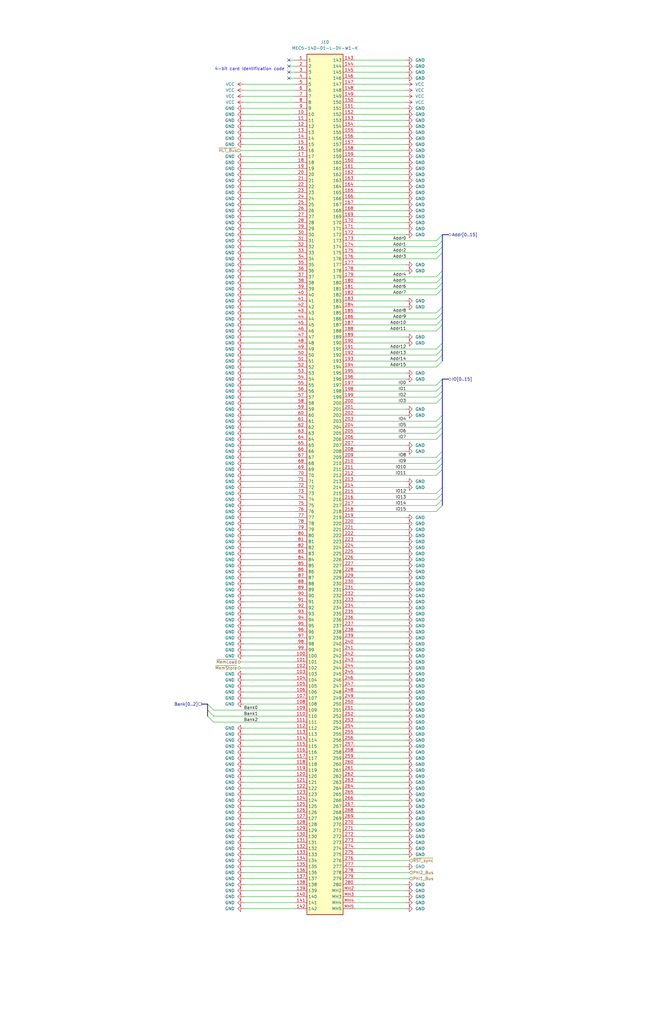
<source format=kicad_sch>
(kicad_sch (version 20250114) (generator "eeschema") (generator_version "9.0")
  (paper "USLedger" portrait)
  (title_block (date "2025-07-03"))
  (text "4-bit card identification code" (at 120.142 29.21 0) (effects (font (size 1.27 1.27)) (justify right)))
  (no_connect (at 121.92 33.02))
  (no_connect (at 121.92 30.48))
  (no_connect (at 121.92 27.94))
  (no_connect (at 121.92 25.4))
  (bus_entry (at 186.69 210.82) (size -2.54 2.54))
  (bus_entry (at 186.69 162.56) (size -2.54 2.54))
  (bus_entry (at 186.69 165.1) (size -2.54 2.54))
  (bus_entry (at 186.69 134.62) (size -2.54 2.54))
  (bus_entry (at 186.69 152.4) (size -2.54 2.54))
  (bus_entry (at 186.69 208.28) (size -2.54 2.54))
  (bus_entry (at 186.69 114.3) (size -2.54 2.54))
  (bus_entry (at 186.69 144.78) (size -2.54 2.54))
  (bus_entry (at 186.69 101.6) (size -2.54 2.54))
  (bus_entry (at 186.69 160.02) (size -2.54 2.54))
  (bus_entry (at 186.69 193.04) (size -2.54 2.54))
  (bus_entry (at 186.69 177.8) (size -2.54 2.54))
  (bus_entry (at 186.69 147.32) (size -2.54 2.54))
  (bus_entry (at 186.69 182.88) (size -2.54 2.54))
  (bus_entry (at 186.69 167.64) (size -2.54 2.54))
  (bus_entry (at 186.69 132.08) (size -2.54 2.54))
  (bus_entry (at 186.69 175.26) (size -2.54 2.54))
  (bus_entry (at 186.69 149.86) (size -2.54 2.54))
  (bus_entry (at 186.69 205.74) (size -2.54 2.54))
  (bus_entry (at 186.69 119.38) (size -2.54 2.54))
  (bus_entry (at 186.69 129.54) (size -2.54 2.54))
  (bus_entry (at 186.69 137.16) (size -2.54 2.54))
  (bus_entry (at 87.63 299.72) (size 2.54 2.54))
  (bus_entry (at 87.63 302.26) (size 2.54 2.54))
  (bus_entry (at 186.69 106.68) (size -2.54 2.54))
  (bus_entry (at 186.69 121.92) (size -2.54 2.54))
  (bus_entry (at 186.69 104.14) (size -2.54 2.54))
  (bus_entry (at 186.69 190.5) (size -2.54 2.54))
  (bus_entry (at 186.69 198.12) (size -2.54 2.54))
  (bus_entry (at 186.69 180.34) (size -2.54 2.54))
  (bus_entry (at 87.63 297.18) (size 2.54 2.54))
  (bus_entry (at 186.69 116.84) (size -2.54 2.54))
  (bus_entry (at 186.69 99.06) (size -2.54 2.54))
  (bus_entry (at 186.69 195.58) (size -2.54 2.54))
  (bus_entry (at 186.69 213.36) (size -2.54 2.54))
  (wire (pts (xy 102.87 360.68) (xy 124.46 360.68)))
  (wire (pts (xy 102.87 187.96) (xy 124.46 187.96)))
  (wire (pts (xy 102.87 325.12) (xy 124.46 325.12)))
  (bus (pts (xy 186.69 147.32) (xy 186.69 149.86)))
  (wire (pts (xy 171.45 375.92) (xy 149.86 375.92)))
  (wire (pts (xy 184.15 104.14) (xy 149.86 104.14)))
  (wire (pts (xy 171.45 353.06) (xy 149.86 353.06)))
  (wire (pts (xy 171.45 279.4) (xy 149.86 279.4)))
  (wire (pts (xy 171.45 254) (xy 149.86 254)))
  (wire (pts (xy 184.15 106.68) (xy 149.86 106.68)))
  (wire (pts (xy 171.45 187.96) (xy 149.86 187.96)))
  (wire (pts (xy 102.87 177.8) (xy 124.46 177.8)))
  (wire (pts (xy 171.45 314.96) (xy 149.86 314.96)))
  (wire (pts (xy 102.87 68.58) (xy 124.46 68.58)))
  (wire (pts (xy 102.87 314.96) (xy 124.46 314.96)))
  (bus (pts (xy 186.69 137.16) (xy 186.69 144.78)))
  (wire (pts (xy 102.87 233.68) (xy 124.46 233.68)))
  (wire (pts (xy 171.45 91.44) (xy 149.86 91.44)))
  (wire (pts (xy 184.15 124.46) (xy 149.86 124.46)))
  (wire (pts (xy 171.45 190.5) (xy 149.86 190.5)))
  (bus (pts (xy 186.69 114.3) (xy 186.69 116.84)))
  (wire (pts (xy 121.92 27.94) (xy 124.46 27.94)))
  (wire (pts (xy 102.87 53.34) (xy 124.46 53.34)))
  (wire (pts (xy 171.45 129.54) (xy 149.86 129.54)))
  (wire (pts (xy 184.15 167.64) (xy 149.86 167.64)))
  (wire (pts (xy 102.87 261.62) (xy 124.46 261.62)))
  (wire (pts (xy 171.45 276.86) (xy 149.86 276.86)))
  (wire (pts (xy 121.92 30.48) (xy 124.46 30.48)))
  (wire (pts (xy 102.87 363.22) (xy 124.46 363.22)))
  (wire (pts (xy 171.45 76.2) (xy 149.86 76.2)))
  (wire (pts (xy 102.87 99.06) (xy 124.46 99.06)))
  (wire (pts (xy 184.15 193.04) (xy 149.86 193.04)))
  (wire (pts (xy 102.87 185.42) (xy 124.46 185.42)))
  (wire (pts (xy 171.45 172.72) (xy 149.86 172.72)))
  (wire (pts (xy 102.87 332.74) (xy 124.46 332.74)))
  (wire (pts (xy 102.87 109.22) (xy 124.46 109.22)))
  (wire (pts (xy 102.87 119.38) (xy 124.46 119.38)))
  (wire (pts (xy 102.87 238.76) (xy 124.46 238.76)))
  (bus (pts (xy 186.69 195.58) (xy 186.69 198.12)))
  (wire (pts (xy 171.45 383.54) (xy 149.86 383.54)))
  (wire (pts (xy 102.87 193.04) (xy 124.46 193.04)))
  (wire (pts (xy 102.87 378.46) (xy 124.46 378.46)))
  (wire (pts (xy 102.87 40.64) (xy 124.46 40.64)))
  (wire (pts (xy 102.87 200.66) (xy 124.46 200.66)))
  (wire (pts (xy 171.45 228.6) (xy 149.86 228.6)))
  (wire (pts (xy 102.87 284.48) (xy 124.46 284.48)))
  (wire (pts (xy 171.45 289.56) (xy 149.86 289.56)))
  (bus (pts (xy 85.09 297.18) (xy 87.63 297.18)))
  (wire (pts (xy 102.87 335.28) (xy 124.46 335.28)))
  (wire (pts (xy 171.45 332.74) (xy 149.86 332.74)))
  (wire (pts (xy 102.87 312.42) (xy 124.46 312.42)))
  (wire (pts (xy 102.87 175.26) (xy 124.46 175.26)))
  (wire (pts (xy 102.87 248.92) (xy 124.46 248.92)))
  (wire (pts (xy 184.15 134.62) (xy 149.86 134.62)))
  (wire (pts (xy 102.87 154.94) (xy 124.46 154.94)))
  (wire (pts (xy 171.45 60.96) (xy 149.86 60.96)))
  (wire (pts (xy 102.87 220.98) (xy 124.46 220.98)))
  (wire (pts (xy 102.87 160.02) (xy 124.46 160.02)))
  (wire (pts (xy 171.45 241.3) (xy 149.86 241.3)))
  (wire (pts (xy 102.87 195.58) (xy 124.46 195.58)))
  (wire (pts (xy 102.87 208.28) (xy 124.46 208.28)))
  (wire (pts (xy 102.87 127) (xy 124.46 127)))
  (bus (pts (xy 87.63 297.18) (xy 87.63 299.72)))
  (wire (pts (xy 171.45 261.62) (xy 149.86 261.62)))
  (bus (pts (xy 186.69 167.64) (xy 186.69 175.26)))
  (wire (pts (xy 171.45 297.18) (xy 149.86 297.18)))
  (wire (pts (xy 171.45 99.06) (xy 149.86 99.06)))
  (wire (pts (xy 102.87 289.56) (xy 124.46 289.56)))
  (wire (pts (xy 171.45 38.1) (xy 149.86 38.1)))
  (wire (pts (xy 102.87 73.66) (xy 124.46 73.66)))
  (wire (pts (xy 102.87 114.3) (xy 124.46 114.3)))
  (wire (pts (xy 102.87 88.9) (xy 124.46 88.9)))
  (wire (pts (xy 184.15 101.6) (xy 149.86 101.6)))
  (wire (pts (xy 102.87 322.58) (xy 124.46 322.58)))
  (wire (pts (xy 102.87 350.52) (xy 124.46 350.52)))
  (wire (pts (xy 102.87 116.84) (xy 124.46 116.84)))
  (bus (pts (xy 186.69 104.14) (xy 186.69 106.68)))
  (wire (pts (xy 102.87 111.76) (xy 124.46 111.76)))
  (wire (pts (xy 102.87 266.7) (xy 124.46 266.7)))
  (wire (pts (xy 171.45 78.74) (xy 149.86 78.74)))
  (wire (pts (xy 121.92 25.4) (xy 124.46 25.4)))
  (wire (pts (xy 171.45 269.24) (xy 149.86 269.24)))
  (wire (pts (xy 184.15 208.28) (xy 149.86 208.28)))
  (wire (pts (xy 171.45 63.5) (xy 149.86 63.5)))
  (wire (pts (xy 171.45 53.34) (xy 149.86 53.34)))
  (wire (pts (xy 102.87 86.36) (xy 124.46 86.36)))
  (bus (pts (xy 186.69 205.74) (xy 186.69 208.28)))
  (wire (pts (xy 171.45 114.3) (xy 149.86 114.3)))
  (wire (pts (xy 102.87 180.34) (xy 124.46 180.34)))
  (wire (pts (xy 102.87 58.42) (xy 124.46 58.42)))
  (wire (pts (xy 102.87 236.22) (xy 124.46 236.22)))
  (wire (pts (xy 172.72 363.22) (xy 149.86 363.22)))
  (wire (pts (xy 102.87 132.08) (xy 124.46 132.08)))
  (bus (pts (xy 186.69 162.56) (xy 186.69 165.1)))
  (wire (pts (xy 102.87 55.88) (xy 124.46 55.88)))
  (bus (pts (xy 186.69 144.78) (xy 186.69 147.32)))
  (bus (pts (xy 186.69 190.5) (xy 186.69 193.04)))
  (wire (pts (xy 171.45 312.42) (xy 149.86 312.42)))
  (bus (pts (xy 186.69 165.1) (xy 186.69 167.64)))
  (bus (pts (xy 186.69 177.8) (xy 186.69 180.34)))
  (wire (pts (xy 171.45 111.76) (xy 149.86 111.76)))
  (wire (pts (xy 102.87 307.34) (xy 124.46 307.34)))
  (bus (pts (xy 186.69 99.06) (xy 186.69 101.6)))
  (wire (pts (xy 171.45 287.02) (xy 149.86 287.02)))
  (wire (pts (xy 102.87 144.78) (xy 124.46 144.78)))
  (wire (pts (xy 171.45 355.6) (xy 149.86 355.6)))
  (wire (pts (xy 121.92 33.02) (xy 124.46 33.02)))
  (wire (pts (xy 102.87 259.08) (xy 124.46 259.08)))
  (wire (pts (xy 171.45 335.28) (xy 149.86 335.28)))
  (wire (pts (xy 102.87 172.72) (xy 124.46 172.72)))
  (wire (pts (xy 171.45 175.26) (xy 149.86 175.26)))
  (bus (pts (xy 186.69 116.84) (xy 186.69 119.38)))
  (wire (pts (xy 184.15 177.8) (xy 149.86 177.8)))
  (wire (pts (xy 184.15 119.38) (xy 149.86 119.38)))
  (wire (pts (xy 101.6 63.5) (xy 124.46 63.5)))
  (wire (pts (xy 102.87 243.84) (xy 124.46 243.84)))
  (wire (pts (xy 102.87 358.14) (xy 124.46 358.14)))
  (wire (pts (xy 171.45 223.52) (xy 149.86 223.52)))
  (wire (pts (xy 90.17 304.8) (xy 124.46 304.8)))
  (wire (pts (xy 102.87 91.44) (xy 124.46 91.44)))
  (wire (pts (xy 184.15 170.18) (xy 149.86 170.18)))
  (bus (pts (xy 186.69 121.92) (xy 186.69 129.54)))
  (wire (pts (xy 102.87 330.2) (xy 124.46 330.2)))
  (wire (pts (xy 171.45 236.22) (xy 149.86 236.22)))
  (wire (pts (xy 102.87 142.24) (xy 124.46 142.24)))
  (wire (pts (xy 102.87 327.66) (xy 124.46 327.66)))
  (wire (pts (xy 102.87 205.74) (xy 124.46 205.74)))
  (bus (pts (xy 186.69 193.04) (xy 186.69 195.58)))
  (wire (pts (xy 171.45 246.38) (xy 149.86 246.38)))
  (wire (pts (xy 90.17 302.26) (xy 124.46 302.26)))
  (wire (pts (xy 171.45 358.14) (xy 149.86 358.14)))
  (wire (pts (xy 102.87 129.54) (xy 124.46 129.54)))
  (wire (pts (xy 184.15 121.92) (xy 149.86 121.92)))
  (wire (pts (xy 102.87 256.54) (xy 124.46 256.54)))
  (wire (pts (xy 102.87 271.78) (xy 124.46 271.78)))
  (wire (pts (xy 172.72 370.84) (xy 149.86 370.84)))
  (bus (pts (xy 186.69 198.12) (xy 186.69 205.74)))
  (wire (pts (xy 102.87 340.36) (xy 124.46 340.36)))
  (wire (pts (xy 184.15 200.66) (xy 149.86 200.66)))
  (wire (pts (xy 171.45 27.94) (xy 149.86 27.94)))
  (wire (pts (xy 171.45 327.66) (xy 149.86 327.66)))
  (bus (pts (xy 87.63 299.72) (xy 87.63 302.26)))
  (wire (pts (xy 102.87 45.72) (xy 124.46 45.72)))
  (wire (pts (xy 102.87 38.1) (xy 124.46 38.1)))
  (wire (pts (xy 102.87 76.2) (xy 124.46 76.2)))
  (bus (pts (xy 186.69 180.34) (xy 186.69 182.88)))
  (wire (pts (xy 102.87 170.18) (xy 124.46 170.18)))
  (wire (pts (xy 102.87 375.92) (xy 124.46 375.92)))
  (wire (pts (xy 102.87 182.88) (xy 124.46 182.88)))
  (wire (pts (xy 171.45 50.8) (xy 149.86 50.8)))
  (wire (pts (xy 184.15 162.56) (xy 149.86 162.56)))
  (wire (pts (xy 102.87 218.44) (xy 124.46 218.44)))
  (wire (pts (xy 171.45 45.72) (xy 149.86 45.72)))
  (wire (pts (xy 102.87 317.5) (xy 124.46 317.5)))
  (wire (pts (xy 171.45 40.64) (xy 149.86 40.64)))
  (wire (pts (xy 102.87 167.64) (xy 124.46 167.64)))
  (wire (pts (xy 102.87 152.4) (xy 124.46 152.4)))
  (bus (pts (xy 186.69 210.82) (xy 186.69 213.36)))
  (wire (pts (xy 102.87 43.18) (xy 124.46 43.18)))
  (wire (pts (xy 102.87 35.56) (xy 124.46 35.56)))
  (bus (pts (xy 186.69 132.08) (xy 186.69 134.62)))
  (wire (pts (xy 171.45 274.32) (xy 149.86 274.32)))
  (wire (pts (xy 102.87 213.36) (xy 124.46 213.36)))
  (wire (pts (xy 171.45 35.56) (xy 149.86 35.56)))
  (wire (pts (xy 184.15 198.12) (xy 149.86 198.12)))
  (wire (pts (xy 102.87 294.64) (xy 124.46 294.64)))
  (wire (pts (xy 102.87 274.32) (xy 124.46 274.32)))
  (wire (pts (xy 102.87 78.74) (xy 124.46 78.74)))
  (wire (pts (xy 171.45 342.9) (xy 149.86 342.9)))
  (wire (pts (xy 171.45 330.2) (xy 149.86 330.2)))
  (wire (pts (xy 102.87 251.46) (xy 124.46 251.46)))
  (wire (pts (xy 102.87 347.98) (xy 124.46 347.98)))
  (wire (pts (xy 171.45 142.24) (xy 149.86 142.24)))
  (wire (pts (xy 102.87 287.02) (xy 124.46 287.02)))
  (wire (pts (xy 102.87 134.62) (xy 124.46 134.62)))
  (bus (pts (xy 186.69 208.28) (xy 186.69 210.82)))
  (wire (pts (xy 171.45 259.08) (xy 149.86 259.08)))
  (wire (pts (xy 171.45 71.12) (xy 149.86 71.12)))
  (wire (pts (xy 102.87 83.82) (xy 124.46 83.82)))
  (wire (pts (xy 171.45 96.52) (xy 149.86 96.52)))
  (wire (pts (xy 102.87 254) (xy 124.46 254)))
  (wire (pts (xy 184.15 215.9) (xy 149.86 215.9)))
  (wire (pts (xy 102.87 368.3) (xy 124.46 368.3)))
  (wire (pts (xy 102.87 365.76) (xy 124.46 365.76)))
  (wire (pts (xy 184.15 210.82) (xy 149.86 210.82)))
  (wire (pts (xy 102.87 241.3) (xy 124.46 241.3)))
  (wire (pts (xy 102.87 320.04) (xy 124.46 320.04)))
  (wire (pts (xy 171.45 66.04) (xy 149.86 66.04)))
  (wire (pts (xy 171.45 381) (xy 149.86 381)))
  (wire (pts (xy 171.45 317.5) (xy 149.86 317.5)))
  (bus (pts (xy 186.69 106.68) (xy 186.69 114.3)))
  (wire (pts (xy 102.87 370.84) (xy 124.46 370.84)))
  (wire (pts (xy 101.6 279.4) (xy 124.46 279.4)))
  (bus (pts (xy 189.23 160.02) (xy 186.69 160.02)))
  (wire (pts (xy 184.15 149.86) (xy 149.86 149.86)))
  (wire (pts (xy 171.45 322.58) (xy 149.86 322.58)))
  (wire (pts (xy 171.45 226.06) (xy 149.86 226.06)))
  (wire (pts (xy 171.45 233.68) (xy 149.86 233.68)))
  (wire (pts (xy 171.45 93.98) (xy 149.86 93.98)))
  (wire (pts (xy 102.87 231.14) (xy 124.46 231.14)))
  (wire (pts (xy 171.45 292.1) (xy 149.86 292.1)))
  (wire (pts (xy 171.45 320.04) (xy 149.86 320.04)))
  (wire (pts (xy 171.45 218.44) (xy 149.86 218.44)))
  (bus (pts (xy 186.69 134.62) (xy 186.69 137.16)))
  (wire (pts (xy 102.87 292.1) (xy 124.46 292.1)))
  (wire (pts (xy 171.45 81.28) (xy 149.86 81.28)))
  (wire (pts (xy 102.87 246.38) (xy 124.46 246.38)))
  (wire (pts (xy 184.15 139.7) (xy 149.86 139.7)))
  (wire (pts (xy 171.45 337.82) (xy 149.86 337.82)))
  (wire (pts (xy 171.45 58.42) (xy 149.86 58.42)))
  (wire (pts (xy 171.45 281.94) (xy 149.86 281.94)))
  (wire (pts (xy 171.45 256.54) (xy 149.86 256.54)))
  (wire (pts (xy 171.45 220.98) (xy 149.86 220.98)))
  (wire (pts (xy 102.87 383.54) (xy 124.46 383.54)))
  (wire (pts (xy 102.87 165.1) (xy 124.46 165.1)))
  (wire (pts (xy 171.45 299.72) (xy 149.86 299.72)))
  (wire (pts (xy 102.87 381) (xy 124.46 381)))
  (wire (pts (xy 171.45 160.02) (xy 149.86 160.02)))
  (wire (pts (xy 171.45 25.4) (xy 149.86 25.4)))
  (wire (pts (xy 101.6 281.94) (xy 124.46 281.94)))
  (wire (pts (xy 184.15 132.08) (xy 149.86 132.08)))
  (wire (pts (xy 171.45 350.52) (xy 149.86 350.52)))
  (wire (pts (xy 102.87 66.04) (xy 124.46 66.04)))
  (wire (pts (xy 102.87 101.6) (xy 124.46 101.6)))
  (wire (pts (xy 171.45 157.48) (xy 149.86 157.48)))
  (wire (pts (xy 171.45 309.88) (xy 149.86 309.88)))
  (wire (pts (xy 184.15 213.36) (xy 149.86 213.36)))
  (wire (pts (xy 171.45 127) (xy 149.86 127)))
  (wire (pts (xy 171.45 88.9) (xy 149.86 88.9)))
  (wire (pts (xy 171.45 33.02) (xy 149.86 33.02)))
  (wire (pts (xy 102.87 81.28) (xy 124.46 81.28)))
  (wire (pts (xy 184.15 116.84) (xy 149.86 116.84)))
  (wire (pts (xy 102.87 228.6) (xy 124.46 228.6)))
  (wire (pts (xy 102.87 157.48) (xy 124.46 157.48)))
  (wire (pts (xy 171.45 307.34) (xy 149.86 307.34)))
  (bus (pts (xy 186.69 119.38) (xy 186.69 121.92)))
  (bus (pts (xy 186.69 101.6) (xy 186.69 104.14)))
  (wire (pts (xy 171.45 378.46) (xy 149.86 378.46)))
  (wire (pts (xy 171.45 304.8) (xy 149.86 304.8)))
  (wire (pts (xy 102.87 226.06) (xy 124.46 226.06)))
  (wire (pts (xy 102.87 96.52) (xy 124.46 96.52)))
  (wire (pts (xy 102.87 71.12) (xy 124.46 71.12)))
  (wire (pts (xy 171.45 68.58) (xy 149.86 68.58)))
  (wire (pts (xy 171.45 55.88) (xy 149.86 55.88)))
  (wire (pts (xy 184.15 180.34) (xy 149.86 180.34)))
  (bus (pts (xy 186.69 160.02) (xy 186.69 162.56)))
  (wire (pts (xy 172.72 368.3) (xy 149.86 368.3)))
  (wire (pts (xy 102.87 48.26) (xy 124.46 48.26)))
  (wire (pts (xy 171.45 251.46) (xy 149.86 251.46)))
  (wire (pts (xy 184.15 195.58) (xy 149.86 195.58)))
  (wire (pts (xy 102.87 124.46) (xy 124.46 124.46)))
  (wire (pts (xy 184.15 137.16) (xy 149.86 137.16)))
  (wire (pts (xy 90.17 299.72) (xy 124.46 299.72)))
  (wire (pts (xy 171.45 360.68) (xy 149.86 360.68)))
  (wire (pts (xy 102.87 198.12) (xy 124.46 198.12)))
  (wire (pts (xy 171.45 264.16) (xy 149.86 264.16)))
  (wire (pts (xy 102.87 297.18) (xy 124.46 297.18)))
  (wire (pts (xy 102.87 210.82) (xy 124.46 210.82)))
  (wire (pts (xy 184.15 182.88) (xy 149.86 182.88)))
  (wire (pts (xy 102.87 104.14) (xy 124.46 104.14)))
  (bus (pts (xy 186.69 182.88) (xy 186.69 190.5)))
  (wire (pts (xy 102.87 147.32) (xy 124.46 147.32)))
  (wire (pts (xy 102.87 137.16) (xy 124.46 137.16)))
  (wire (pts (xy 171.45 203.2) (xy 149.86 203.2)))
  (wire (pts (xy 102.87 203.2) (xy 124.46 203.2)))
  (wire (pts (xy 171.45 340.36) (xy 149.86 340.36)))
  (wire (pts (xy 171.45 144.78) (xy 149.86 144.78)))
  (wire (pts (xy 171.45 347.98) (xy 149.86 347.98)))
  (bus (pts (xy 189.23 99.06) (xy 186.69 99.06)))
  (bus (pts (xy 186.69 129.54) (xy 186.69 132.08)))
  (wire (pts (xy 102.87 373.38) (xy 124.46 373.38)))
  (wire (pts (xy 171.45 266.7) (xy 149.86 266.7)))
  (wire (pts (xy 171.45 238.76) (xy 149.86 238.76)))
  (wire (pts (xy 184.15 185.42) (xy 149.86 185.42)))
  (wire (pts (xy 184.15 165.1) (xy 149.86 165.1)))
  (wire (pts (xy 102.87 269.24) (xy 124.46 269.24)))
  (wire (pts (xy 102.87 60.96) (xy 124.46 60.96)))
  (wire (pts (xy 171.45 48.26) (xy 149.86 48.26)))
  (wire (pts (xy 102.87 121.92) (xy 124.46 121.92)))
  (wire (pts (xy 171.45 294.64) (xy 149.86 294.64)))
  (bus (pts (xy 186.69 175.26) (xy 186.69 177.8)))
  (bus (pts (xy 186.69 149.86) (xy 186.69 152.4)))
  (wire (pts (xy 102.87 139.7) (xy 124.46 139.7)))
  (wire (pts (xy 102.87 149.86) (xy 124.46 149.86)))
  (wire (pts (xy 171.45 205.74) (xy 149.86 205.74)))
  (wire (pts (xy 171.45 284.48) (xy 149.86 284.48)))
  (wire (pts (xy 171.45 243.84) (xy 149.86 243.84)))
  (wire (pts (xy 102.87 337.82) (xy 124.46 337.82)))
  (wire (pts (xy 171.45 83.82) (xy 149.86 83.82)))
  (wire (pts (xy 184.15 109.22) (xy 149.86 109.22)))
  (wire (pts (xy 171.45 325.12) (xy 149.86 325.12)))
  (wire (pts (xy 171.45 43.18) (xy 149.86 43.18)))
  (wire (pts (xy 102.87 264.16) (xy 124.46 264.16)))
  (wire (pts (xy 102.87 345.44) (xy 124.46 345.44)))
  (wire (pts (xy 102.87 215.9) (xy 124.46 215.9)))
  (wire (pts (xy 149.86 365.76) (xy 171.45 365.76)))
  (wire (pts (xy 102.87 309.88) (xy 124.46 309.88)))
  (wire (pts (xy 171.45 345.44) (xy 149.86 345.44)))
  (wire (pts (xy 102.87 223.52) (xy 124.46 223.52)))
  (wire (pts (xy 171.45 302.26) (xy 149.86 302.26)))
  (wire (pts (xy 102.87 162.56) (xy 124.46 162.56)))
  (wire (pts (xy 171.45 373.38) (xy 149.86 373.38)))
  (wire (pts (xy 102.87 106.68) (xy 124.46 106.68)))
  (wire (pts (xy 171.45 271.78) (xy 149.86 271.78)))
  (wire (pts (xy 171.45 30.48) (xy 149.86 30.48)))
  (wire (pts (xy 102.87 190.5) (xy 124.46 190.5)))
  (wire (pts (xy 102.87 353.06) (xy 124.46 353.06)))
  (wire (pts (xy 102.87 355.6) (xy 124.46 355.6)))
  (wire (pts (xy 102.87 276.86) (xy 124.46 276.86)))
  (wire (pts (xy 171.45 86.36) (xy 149.86 86.36)))
  (wire (pts (xy 171.45 231.14) (xy 149.86 231.14)))
  (wire (pts (xy 102.87 342.9) (xy 124.46 342.9)))
  (wire (pts (xy 171.45 73.66) (xy 149.86 73.66)))
  (wire (pts (xy 171.45 248.92) (xy 149.86 248.92)))
  (wire (pts (xy 102.87 93.98) (xy 124.46 93.98)))
  (wire (pts (xy 102.87 50.8) (xy 124.46 50.8)))
  (wire (pts (xy 184.15 152.4) (xy 149.86 152.4)))
  (wire (pts (xy 184.15 147.32) (xy 149.86 147.32)))
  (wire (pts (xy 184.15 154.94) (xy 149.86 154.94)))
  (label "Addr12" (at 171.45 147.32 180))
  (label "IO15" (at 171.45 215.9 180))
  (label "Addr15" (at 171.45 154.94 180))
  (label "IO10" (at 171.45 198.12 180))
  (label "Addr6" (at 171.45 121.92 180))
  (label "IO13" (at 171.45 210.82 180))
  (label "Bank2" (at 102.87 304.8 0))
  (label "Addr13" (at 171.45 149.86 180))
  (label "IO6" (at 171.45 182.88 180))
  (label "Addr11" (at 171.45 139.7 180))
  (label "Addr10" (at 171.45 137.16 180))
  (label "IO4" (at 171.45 177.8 180))
  (label "Addr4" (at 171.45 116.84 180))
  (label "IO11" (at 171.45 200.66 180))
  (label "Bank0" (at 102.87 299.72 0))
  (label "IO14" (at 171.45 213.36 180))
  (label "IO7" (at 171.45 185.42 180))
  (label "Addr1" (at 171.45 104.14 180))
  (label "IO2" (at 171.45 167.64 180))
  (label "IO9" (at 171.45 195.58 180))
  (label "IO3" (at 171.45 170.18 180))
  (label "Addr3" (at 171.45 109.22 180))
  (label "Addr9" (at 171.45 134.62 180))
  (label "IO8" (at 171.45 193.04 180))
  (label "IO12" (at 171.45 208.28 180))
  (label "IO1" (at 171.45 165.1 180))
  (label "IO5" (at 171.45 180.34 180))
  (label "Addr0" (at 171.45 101.6 180))
  (label "Addr5" (at 171.45 119.38 180))
  (label "Addr8" (at 171.45 132.08 180))
  (label "Addr7" (at 171.45 124.46 180))
  (label "Addr2" (at 171.45 106.68 180))
  (label "IO0" (at 171.45 162.56 180))
  (label "Bank1" (at 102.87 302.26 0))
  (label "Addr14" (at 171.45 152.4 180))
  (hierarchical_label "Addr[0..15]" (shape tri_state) (at 189.23 99.06 0))
  (hierarchical_label "IO[0..15]" (shape tri_state) (at 189.23 160.02 0))
  (hierarchical_label "~{MemStore}" (shape tri_state) (at 101.6 281.94 180))
  (hierarchical_label "Phi2_Bus" (shape input) (at 172.72 368.3 0))
  (hierarchical_label "~{RST_sync}" (shape input) (at 172.72 363.22 0))
  (hierarchical_label "~{MemLoad}" (shape tri_state) (at 101.6 279.4 180))
  (hierarchical_label "Phi1_Bus" (shape input) (at 172.72 370.84 0))
  (hierarchical_label "~{HLT_Bus}" (shape input) (at 101.6 63.5 180))
  (hierarchical_label "Bank[0..2]" (shape passive) (at 85.09 297.18 180))
  (symbol (lib_id "power:GND") (at 102.87 210.82 270) (unit 1)
    (property "Reference" "#PWR01300" (effects (hide yes)))
    (property "Value" "GND" (at 99.06 210.8199 90) (effects (justify right)))
    (property "Description" "Power symbol creates a global label with name \"GND\" , ground" (effects (hide yes)))
  )
  (symbol (lib_id "power:GND") (at 102.87 198.12 270) (unit 1)
    (property "Reference" "#PWR01295" (effects (hide yes)))
    (property "Value" "GND" (at 99.06 198.1199 90) (effects (justify right)))
    (property "Description" "Power symbol creates a global label with name \"GND\" , ground" (effects (hide yes)))
  )
  (symbol (lib_id "power:GND") (at 102.87 66.04 270) (unit 1)
    (property "Reference" "#PWR01142" (effects (hide yes)))
    (property "Value" "GND" (at 99.06 66.0399 90) (effects (justify right)))
    (property "Description" "Power symbol creates a global label with name \"GND\" , ground" (effects (hide yes)))
  )
  (symbol (lib_id "power:GND") (at 171.45 99.06 90) (mirror x) (unit 1)
    (property "Reference" "#PWR01216" (effects (hide yes)))
    (property "Value" "GND" (at 175.26 99.0599 90) (effects (justify right)))
    (property "Description" "Power symbol creates a global label with name \"GND\" , ground" (effects (hide yes)))
  )
  (symbol (lib_id "power:GND") (at 171.45 264.16 90) (mirror x) (unit 1)
    (property "Reference" "#PWR01237" (effects (hide yes)))
    (property "Value" "GND" (at 175.26 264.1599 90) (effects (justify right)))
    (property "Description" "Power symbol creates a global label with name \"GND\" , ground" (effects (hide yes)))
  )
  (symbol (lib_id "power:GND") (at 171.45 383.54 90) (mirror x) (unit 1)
    (property "Reference" "#PWR01280" (effects (hide yes)))
    (property "Value" "GND" (at 175.26 383.5399 90) (effects (justify right)))
    (property "Description" "Power symbol creates a global label with name \"GND\" , ground" (effects (hide yes)))
  )
  (symbol (lib_id "power:GND") (at 102.87 375.92 270) (unit 1)
    (property "Reference" "#PWR01365" (effects (hide yes)))
    (property "Value" "GND" (at 99.06 375.9199 90) (effects (justify right)))
    (property "Description" "Power symbol creates a global label with name \"GND\" , ground" (effects (hide yes)))
  )
  (symbol (lib_id "power:GND") (at 102.87 358.14 270) (unit 1)
    (property "Reference" "#PWR01358" (effects (hide yes)))
    (property "Value" "GND" (at 99.06 358.1399 90) (effects (justify right)))
    (property "Description" "Power symbol creates a global label with name \"GND\" , ground" (effects (hide yes)))
  )
  (symbol (lib_id "power:GND") (at 171.45 307.34 90) (mirror x) (unit 1)
    (property "Reference" "#PWR01250" (effects (hide yes)))
    (property "Value" "GND" (at 175.26 307.3399 90) (effects (justify right)))
    (property "Description" "Power symbol creates a global label with name \"GND\" , ground" (effects (hide yes)))
  )
  (symbol (lib_id "power:VCC") (at 102.87 40.64 90) (unit 1)
    (property "Reference" "#PWR0991" (effects (hide yes)))
    (property "Value" "VCC" (at 99.06 40.6399 90) (effects (justify left)))
    (property "Description" "Power symbol creates a global label with name \"VCC\"" (effects (hide yes)))
  )
  (symbol (lib_id "power:GND") (at 102.87 266.7 270) (unit 1)
    (property "Reference" "#PWR01322" (effects (hide yes)))
    (property "Value" "GND" (at 99.06 266.6999 90) (effects (justify right)))
    (property "Description" "Power symbol creates a global label with name \"GND\" , ground" (effects (hide yes)))
  )
  (symbol (lib_id "power:GND") (at 171.45 274.32 90) (mirror x) (unit 1)
    (property "Reference" "#PWR01184" (effects (hide yes)))
    (property "Value" "GND" (at 175.26 274.3199 90) (effects (justify right)))
    (property "Description" "Power symbol creates a global label with name \"GND\" , ground" (effects (hide yes)))
  )
  (symbol (lib_id "power:GND") (at 102.87 378.46 270) (unit 1)
    (property "Reference" "#PWR01366" (effects (hide yes)))
    (property "Value" "GND" (at 99.06 378.4599 90) (effects (justify right)))
    (property "Description" "Power symbol creates a global label with name \"GND\" , ground" (effects (hide yes)))
  )
  (symbol (lib_id "power:GND") (at 102.87 246.38 270) (unit 1)
    (property "Reference" "#PWR01314" (effects (hide yes)))
    (property "Value" "GND" (at 99.06 246.3799 90) (effects (justify right)))
    (property "Description" "Power symbol creates a global label with name \"GND\" , ground" (effects (hide yes)))
  )
  (symbol (lib_id "power:GND") (at 102.87 335.28 270) (unit 1)
    (property "Reference" "#PWR01349" (effects (hide yes)))
    (property "Value" "GND" (at 99.06 335.2799 90) (effects (justify right)))
    (property "Description" "Power symbol creates a global label with name \"GND\" , ground" (effects (hide yes)))
  )
  (symbol (lib_id "power:GND") (at 102.87 86.36 270) (unit 1)
    (property "Reference" "#PWR01336" (effects (hide yes)))
    (property "Value" "GND" (at 99.06 86.3599 90) (effects (justify right)))
    (property "Description" "Power symbol creates a global label with name \"GND\" , ground" (effects (hide yes)))
  )
  (symbol (lib_id "power:GND") (at 171.45 63.5 90) (mirror x) (unit 1)
    (property "Reference" "#PWR01574" (effects (hide yes)))
    (property "Value" "GND" (at 175.26 63.4999 90) (effects (justify right)))
    (property "Description" "Power symbol creates a global label with name \"GND\" , ground" (effects (hide yes)))
  )
  (symbol (lib_id "power:GND") (at 102.87 320.04 270) (unit 1)
    (property "Reference" "#PWR01343" (effects (hide yes)))
    (property "Value" "GND" (at 99.06 320.0399 90) (effects (justify right)))
    (property "Description" "Power symbol creates a global label with name \"GND\" , ground" (effects (hide yes)))
  )
  (symbol (lib_id "power:GND") (at 102.87 256.54 270) (unit 1)
    (property "Reference" "#PWR01318" (effects (hide yes)))
    (property "Value" "GND" (at 99.06 256.5399 90) (effects (justify right)))
    (property "Description" "Power symbol creates a global label with name \"GND\" , ground" (effects (hide yes)))
  )
  (symbol (lib_id "power:GND") (at 102.87 347.98 270) (unit 1)
    (property "Reference" "#PWR01354" (effects (hide yes)))
    (property "Value" "GND" (at 99.06 347.9799 90) (effects (justify right)))
    (property "Description" "Power symbol creates a global label with name \"GND\" , ground" (effects (hide yes)))
  )
  (symbol (lib_id "power:GND") (at 102.87 312.42 270) (unit 1)
    (property "Reference" "#PWR01340" (effects (hide yes)))
    (property "Value" "GND" (at 99.06 312.4199 90) (effects (justify right)))
    (property "Description" "Power symbol creates a global label with name \"GND\" , ground" (effects (hide yes)))
  )
  (symbol (lib_id "power:GND") (at 171.45 261.62 90) (mirror x) (unit 1)
    (property "Reference" "#PWR01181" (effects (hide yes)))
    (property "Value" "GND" (at 175.26 261.6199 90) (effects (justify right)))
    (property "Description" "Power symbol creates a global label with name \"GND\" , ground" (effects (hide yes)))
  )
  (symbol (lib_id "power:GND") (at 102.87 132.08 270) (unit 1)
    (property "Reference" "#PWR01161" (effects (hide yes)))
    (property "Value" "GND" (at 99.06 132.0799 90) (effects (justify right)))
    (property "Description" "Power symbol creates a global label with name \"GND\" , ground" (effects (hide yes)))
  )
  (symbol (lib_id "power:GND") (at 102.87 353.06 270) (unit 1)
    (property "Reference" "#PWR01356" (effects (hide yes)))
    (property "Value" "GND" (at 99.06 353.0599 90) (effects (justify right)))
    (property "Description" "Power symbol creates a global label with name \"GND\" , ground" (effects (hide yes)))
  )
  (symbol (lib_id "power:GND") (at 102.87 345.44 270) (unit 1)
    (property "Reference" "#PWR01353" (effects (hide yes)))
    (property "Value" "GND" (at 99.06 345.4399 90) (effects (justify right)))
    (property "Description" "Power symbol creates a global label with name \"GND\" , ground" (effects (hide yes)))
  )
  (symbol (lib_id "power:GND") (at 171.45 317.5 90) (mirror x) (unit 1)
    (property "Reference" "#PWR01254" (effects (hide yes)))
    (property "Value" "GND" (at 175.26 317.4999 90) (effects (justify right)))
    (property "Description" "Power symbol creates a global label with name \"GND\" , ground" (effects (hide yes)))
  )
  (symbol (lib_id "power:GND") (at 102.87 116.84 270) (unit 1)
    (property "Reference" "#PWR01155" (effects (hide yes)))
    (property "Value" "GND" (at 99.06 116.8399 90) (effects (justify right)))
    (property "Description" "Power symbol creates a global label with name \"GND\" , ground" (effects (hide yes)))
  )
  (symbol (lib_id "power:GND") (at 171.45 223.52 90) (mirror x) (unit 1)
    (property "Reference" "#PWR01170" (effects (hide yes)))
    (property "Value" "GND" (at 175.26 223.5199 90) (effects (justify right)))
    (property "Description" "Power symbol creates a global label with name \"GND\" , ground" (effects (hide yes)))
  )
  (symbol (lib_id "power:GND") (at 171.45 66.04 90) (mirror x) (unit 1)
    (property "Reference" "#PWR01575" (effects (hide yes)))
    (property "Value" "GND" (at 175.26 66.0399 90) (effects (justify right)))
    (property "Description" "Power symbol creates a global label with name \"GND\" , ground" (effects (hide yes)))
  )
  (symbol (lib_id "power:GND") (at 171.45 304.8 90) (mirror x) (unit 1)
    (property "Reference" "#PWR01249" (effects (hide yes)))
    (property "Value" "GND" (at 175.26 304.7999 90) (effects (justify right)))
    (property "Description" "Power symbol creates a global label with name \"GND\" , ground" (effects (hide yes)))
  )
  (symbol (lib_id "power:GND") (at 102.87 106.68 270) (unit 1)
    (property "Reference" "#PWR01151" (effects (hide yes)))
    (property "Value" "GND" (at 99.06 106.6799 90) (effects (justify right)))
    (property "Description" "Power symbol creates a global label with name \"GND\" , ground" (effects (hide yes)))
  )
  (symbol (lib_id "power:GND") (at 102.87 182.88 270) (unit 1)
    (property "Reference" "#PWR01289" (effects (hide yes)))
    (property "Value" "GND" (at 99.06 182.8799 90) (effects (justify right)))
    (property "Description" "Power symbol creates a global label with name \"GND\" , ground" (effects (hide yes)))
  )
  (symbol (lib_id "power:GND") (at 171.45 259.08 90) (mirror x) (unit 1)
    (property "Reference" "#PWR01180" (effects (hide yes)))
    (property "Value" "GND" (at 175.26 259.0799 90) (effects (justify right)))
    (property "Description" "Power symbol creates a global label with name \"GND\" , ground" (effects (hide yes)))
  )
  (symbol (lib_id "power:GND") (at 102.87 165.1 270) (unit 1)
    (property "Reference" "#PWR01196" (effects (hide yes)))
    (property "Value" "GND" (at 99.06 165.0999 90) (effects (justify right)))
    (property "Description" "Power symbol creates a global label with name \"GND\" , ground" (effects (hide yes)))
  )
  (symbol (lib_id "power:GND") (at 171.45 340.36 90) (mirror x) (unit 1)
    (property "Reference" "#PWR01263" (effects (hide yes)))
    (property "Value" "GND" (at 175.26 340.3599 90) (effects (justify right)))
    (property "Description" "Power symbol creates a global label with name \"GND\" , ground" (effects (hide yes)))
  )
  (symbol (lib_id "power:GND") (at 102.87 83.82 270) (unit 1)
    (property "Reference" "#PWR01145" (effects (hide yes)))
    (property "Value" "GND" (at 99.06 83.8199 90) (effects (justify right)))
    (property "Description" "Power symbol creates a global label with name \"GND\" , ground" (effects (hide yes)))
  )
  (symbol (lib_id "power:GND") (at 171.45 76.2 90) (mirror x) (unit 1)
    (property "Reference" "#PWR01579" (effects (hide yes)))
    (property "Value" "GND" (at 175.26 76.1999 90) (effects (justify right)))
    (property "Description" "Power symbol creates a global label with name \"GND\" , ground" (effects (hide yes)))
  )
  (symbol (lib_id "power:GND") (at 102.87 284.48 270) (unit 1)
    (property "Reference" "#PWR01329" (effects (hide yes)))
    (property "Value" "GND" (at 99.06 284.4799 90) (effects (justify right)))
    (property "Description" "Power symbol creates a global label with name \"GND\" , ground" (effects (hide yes)))
  )
  (symbol (lib_id "power:GND") (at 102.87 276.86 270) (unit 1)
    (property "Reference" "#PWR01326" (effects (hide yes)))
    (property "Value" "GND" (at 99.06 276.8599 90) (effects (justify right)))
    (property "Description" "Power symbol creates a global label with name \"GND\" , ground" (effects (hide yes)))
  )
  (symbol (lib_id "power:GND") (at 171.45 287.02 90) (mirror x) (unit 1)
    (property "Reference" "#PWR01242" (effects (hide yes)))
    (property "Value" "GND" (at 175.26 287.0199 90) (effects (justify right)))
    (property "Description" "Power symbol creates a global label with name \"GND\" , ground" (effects (hide yes)))
  )
  (symbol (lib_id "power:GND") (at 171.45 279.4 90) (mirror x) (unit 1)
    (property "Reference" "#PWR01239" (effects (hide yes)))
    (property "Value" "GND" (at 175.26 279.3999 90) (effects (justify right)))
    (property "Description" "Power symbol creates a global label with name \"GND\" , ground" (effects (hide yes)))
  )
  (symbol (lib_id "power:GND") (at 171.45 78.74 90) (mirror x) (unit 1)
    (property "Reference" "#PWR01580" (effects (hide yes)))
    (property "Value" "GND" (at 175.26 78.7399 90) (effects (justify right)))
    (property "Description" "Power symbol creates a global label with name \"GND\" , ground" (effects (hide yes)))
  )
  (symbol (lib_id "power:GND") (at 102.87 241.3 270) (unit 1)
    (property "Reference" "#PWR01312" (effects (hide yes)))
    (property "Value" "GND" (at 99.06 241.2999 90) (effects (justify right)))
    (property "Description" "Power symbol creates a global label with name \"GND\" , ground" (effects (hide yes)))
  )
  (symbol (lib_id "power:GND") (at 171.45 256.54 90) (mirror x) (unit 1)
    (property "Reference" "#PWR01179" (effects (hide yes)))
    (property "Value" "GND" (at 175.26 256.5399 90) (effects (justify right)))
    (property "Description" "Power symbol creates a global label with name \"GND\" , ground" (effects (hide yes)))
  )
  (symbol (lib_id "Turtle16:MEC5-140-01-L-DV-W1-K") (at 124.46 25.4 0) (unit 1)
    (property "Reference" "J10" (at 137.16 17.78 0))
    (property "Value" "MEC5-140-01-L-DV-W1-K" (at 137.16 20.32 0))
    (property "Footprint" "Turtle16:MEC514001LDVW1K" (effects (hide yes)))
    (property "Datasheet" "https://suddendocs.samtec.com/prints/mec5-xxx-xx-x-dv-xx-k-xx-mkt.pdf" (effects (hide yes)))
    (property "Description" "Standard Card Edge Connectors MEC5-DV vert conn 140 pos per row" (effects (hide yes)))
    (property "Height" "10.35" (effects (hide yes)))
    (property "Mouser Part Number" "200-MEC514001LDVW1K" (effects (hide yes)))
    (property "Mouser Price/Stock" "https://www.mouser.co.uk/ProductDetail/Samtec/MEC5-140-01-L-DV-W1-K?qs=XeJtXLiO41SNck3klUeiMQ%3D%3D" (effects (hide yes)))
    (property "Manufacturer_Name" "SAMTEC" (effects (hide yes)))
    (property "Manufacturer_Part_Number" "MEC5-140-01-L-DV-W1-K" (effects (hide yes)))
  )
  (symbol (lib_id "power:GND") (at 171.45 312.42 90) (mirror x) (unit 1)
    (property "Reference" "#PWR01252" (effects (hide yes)))
    (property "Value" "GND" (at 175.26 312.4199 90) (effects (justify right)))
    (property "Description" "Power symbol creates a global label with name \"GND\" , ground" (effects (hide yes)))
  )
  (symbol (lib_id "power:GND") (at 171.45 226.06 90) (mirror x) (unit 1)
    (property "Reference" "#PWR01171" (effects (hide yes)))
    (property "Value" "GND" (at 175.26 226.0599 90) (effects (justify right)))
    (property "Description" "Power symbol creates a global label with name \"GND\" , ground" (effects (hide yes)))
  )
  (symbol (lib_id "power:GND") (at 171.45 220.98 90) (mirror x) (unit 1)
    (property "Reference" "#PWR01169" (effects (hide yes)))
    (property "Value" "GND" (at 175.26 220.9799 90) (effects (justify right)))
    (property "Description" "Power symbol creates a global label with name \"GND\" , ground" (effects (hide yes)))
  )
  (symbol (lib_id "power:GND") (at 171.45 27.94 90) (mirror x) (unit 1)
    (property "Reference" "#PWR01588" (effects (hide yes)))
    (property "Value" "GND" (at 175.26 27.9399 90) (effects (justify right)))
    (property "Description" "Power symbol creates a global label with name \"GND\" , ground" (effects (hide yes)))
  )
  (symbol (lib_id "power:GND") (at 102.87 200.66 270) (unit 1)
    (property "Reference" "#PWR01296" (effects (hide yes)))
    (property "Value" "GND" (at 99.06 200.6599 90) (effects (justify right)))
    (property "Description" "Power symbol creates a global label with name \"GND\" , ground" (effects (hide yes)))
  )
  (symbol (lib_id "power:GND") (at 102.87 307.34 270) (unit 1)
    (property "Reference" "#PWR01338" (effects (hide yes)))
    (property "Value" "GND" (at 99.06 307.3399 90) (effects (justify right)))
    (property "Description" "Power symbol creates a global label with name \"GND\" , ground" (effects (hide yes)))
  )
  (symbol (lib_id "power:GND") (at 102.87 274.32 270) (unit 1)
    (property "Reference" "#PWR01325" (effects (hide yes)))
    (property "Value" "GND" (at 99.06 274.3199 90) (effects (justify right)))
    (property "Description" "Power symbol creates a global label with name \"GND\" , ground" (effects (hide yes)))
  )
  (symbol (lib_id "power:GND") (at 171.45 58.42 90) (mirror x) (unit 1)
    (property "Reference" "#PWR01572" (effects (hide yes)))
    (property "Value" "GND" (at 175.26 58.4199 90) (effects (justify right)))
    (property "Description" "Power symbol creates a global label with name \"GND\" , ground" (effects (hide yes)))
  )
  (symbol (lib_id "power:GND") (at 102.87 259.08 270) (unit 1)
    (property "Reference" "#PWR01319" (effects (hide yes)))
    (property "Value" "GND" (at 99.06 259.0799 90) (effects (justify right)))
    (property "Description" "Power symbol creates a global label with name \"GND\" , ground" (effects (hide yes)))
  )
  (symbol (lib_id "power:GND") (at 171.45 254 90) (mirror x) (unit 1)
    (property "Reference" "#PWR01178" (effects (hide yes)))
    (property "Value" "GND" (at 175.26 253.9999 90) (effects (justify right)))
    (property "Description" "Power symbol creates a global label with name \"GND\" , ground" (effects (hide yes)))
  )
  (symbol (lib_id "power:GND") (at 102.87 314.96 270) (unit 1)
    (property "Reference" "#PWR01341" (effects (hide yes)))
    (property "Value" "GND" (at 99.06 314.9599 90) (effects (justify right)))
    (property "Description" "Power symbol creates a global label with name \"GND\" , ground" (effects (hide yes)))
  )
  (symbol (lib_id "power:GND") (at 171.45 246.38 90) (mirror x) (unit 1)
    (property "Reference" "#PWR01177" (effects (hide yes)))
    (property "Value" "GND" (at 175.26 246.3799 90) (effects (justify right)))
    (property "Description" "Power symbol creates a global label with name \"GND\" , ground" (effects (hide yes)))
  )
  (symbol (lib_id "power:GND") (at 102.87 162.56 270) (unit 1)
    (property "Reference" "#PWR01195" (effects (hide yes)))
    (property "Value" "GND" (at 99.06 162.5599 90) (effects (justify right)))
    (property "Description" "Power symbol creates a global label with name \"GND\" , ground" (effects (hide yes)))
  )
  (symbol (lib_id "power:GND") (at 102.87 228.6 270) (unit 1)
    (property "Reference" "#PWR01307" (effects (hide yes)))
    (property "Value" "GND" (at 99.06 228.5999 90) (effects (justify right)))
    (property "Description" "Power symbol creates a global label with name \"GND\" , ground" (effects (hide yes)))
  )
  (symbol (lib_id "power:GND") (at 102.87 114.3 270) (unit 1)
    (property "Reference" "#PWR01154" (effects (hide yes)))
    (property "Value" "GND" (at 99.06 114.2999 90) (effects (justify right)))
    (property "Description" "Power symbol creates a global label with name \"GND\" , ground" (effects (hide yes)))
  )
  (symbol (lib_id "power:GND") (at 102.87 193.04 270) (unit 1)
    (property "Reference" "#PWR01293" (effects (hide yes)))
    (property "Value" "GND" (at 99.06 193.0399 90) (effects (justify right)))
    (property "Description" "Power symbol creates a global label with name \"GND\" , ground" (effects (hide yes)))
  )
  (symbol (lib_id "power:GND") (at 102.87 292.1 270) (unit 1)
    (property "Reference" "#PWR01332" (effects (hide yes)))
    (property "Value" "GND" (at 99.06 292.0999 90) (effects (justify right)))
    (property "Description" "Power symbol creates a global label with name \"GND\" , ground" (effects (hide yes)))
  )
  (symbol (lib_id "power:GND") (at 102.87 167.64 270) (unit 1)
    (property "Reference" "#PWR01197" (effects (hide yes)))
    (property "Value" "GND" (at 99.06 167.6399 90) (effects (justify right)))
    (property "Description" "Power symbol creates a global label with name \"GND\" , ground" (effects (hide yes)))
  )
  (symbol (lib_id "power:GND") (at 102.87 71.12 270) (unit 1)
    (property "Reference" "#PWR01327" (effects (hide yes)))
    (property "Value" "GND" (at 99.06 71.1199 90) (effects (justify right)))
    (property "Description" "Power symbol creates a global label with name \"GND\" , ground" (effects (hide yes)))
  )
  (symbol (lib_id "power:GND") (at 102.87 142.24 270) (unit 1)
    (property "Reference" "#PWR01165" (effects (hide yes)))
    (property "Value" "GND" (at 99.06 142.2399 90) (effects (justify right)))
    (property "Description" "Power symbol creates a global label with name \"GND\" , ground" (effects (hide yes)))
  )
  (symbol (lib_id "power:GND") (at 171.45 96.52 90) (mirror x) (unit 1)
    (property "Reference" "#PWR01215" (effects (hide yes)))
    (property "Value" "GND" (at 175.26 96.5199 90) (effects (justify right)))
    (property "Description" "Power symbol creates a global label with name \"GND\" , ground" (effects (hide yes)))
  )
  (symbol (lib_id "power:GND") (at 102.87 147.32 270) (unit 1)
    (property "Reference" "#PWR01167" (effects (hide yes)))
    (property "Value" "GND" (at 99.06 147.3199 90) (effects (justify right)))
    (property "Description" "Power symbol creates a global label with name \"GND\" , ground" (effects (hide yes)))
  )
  (symbol (lib_id "power:GND") (at 102.87 220.98 270) (unit 1)
    (property "Reference" "#PWR01304" (effects (hide yes)))
    (property "Value" "GND" (at 99.06 220.9799 90) (effects (justify right)))
    (property "Description" "Power symbol creates a global label with name \"GND\" , ground" (effects (hide yes)))
  )
  (symbol (lib_id "power:GND") (at 102.87 381 270) (unit 1)
    (property "Reference" "#PWR01367" (effects (hide yes)))
    (property "Value" "GND" (at 99.06 380.9999 90) (effects (justify right)))
    (property "Description" "Power symbol creates a global label with name \"GND\" , ground" (effects (hide yes)))
  )
  (symbol (lib_id "power:GND") (at 102.87 330.2 270) (unit 1)
    (property "Reference" "#PWR01347" (effects (hide yes)))
    (property "Value" "GND" (at 99.06 330.1999 90) (effects (justify right)))
    (property "Description" "Power symbol creates a global label with name \"GND\" , ground" (effects (hide yes)))
  )
  (symbol (lib_id "power:GND") (at 171.45 33.02 90) (mirror x) (unit 1)
    (property "Reference" "#PWR01211" (effects (hide yes)))
    (property "Value" "GND" (at 175.26 33.0199 90) (effects (justify right)))
    (property "Description" "Power symbol creates a global label with name \"GND\" , ground" (effects (hide yes)))
  )
  (symbol (lib_id "power:GND") (at 171.45 330.2 90) (mirror x) (unit 1)
    (property "Reference" "#PWR01259" (effects (hide yes)))
    (property "Value" "GND" (at 175.26 330.1999 90) (effects (justify right)))
    (property "Description" "Power symbol creates a global label with name \"GND\" , ground" (effects (hide yes)))
  )
  (symbol (lib_id "power:GND") (at 171.45 269.24 90) (mirror x) (unit 1)
    (property "Reference" "#PWR01182" (effects (hide yes)))
    (property "Value" "GND" (at 175.26 269.2399 90) (effects (justify right)))
    (property "Description" "Power symbol creates a global label with name \"GND\" , ground" (effects (hide yes)))
  )
  (symbol (lib_id "power:GND") (at 171.45 243.84 90) (mirror x) (unit 1)
    (property "Reference" "#PWR01176" (effects (hide yes)))
    (property "Value" "GND" (at 175.26 243.8399 90) (effects (justify right)))
    (property "Description" "Power symbol creates a global label with name \"GND\" , ground" (effects (hide yes)))
  )
  (symbol (lib_id "power:GND") (at 102.87 78.74 270) (unit 1)
    (property "Reference" "#PWR01335" (effects (hide yes)))
    (property "Value" "GND" (at 99.06 78.7399 90) (effects (justify right)))
    (property "Description" "Power symbol creates a global label with name \"GND\" , ground" (effects (hide yes)))
  )
  (symbol (lib_id "power:GND") (at 102.87 236.22 270) (unit 1)
    (property "Reference" "#PWR01310" (effects (hide yes)))
    (property "Value" "GND" (at 99.06 236.2199 90) (effects (justify right)))
    (property "Description" "Power symbol creates a global label with name \"GND\" , ground" (effects (hide yes)))
  )
  (symbol (lib_id "power:GND") (at 102.87 152.4 270) (unit 1)
    (property "Reference" "#PWR01191" (effects (hide yes)))
    (property "Value" "GND" (at 99.06 152.3999 90) (effects (justify right)))
    (property "Description" "Power symbol creates a global label with name \"GND\" , ground" (effects (hide yes)))
  )
  (symbol (lib_id "power:GND") (at 102.87 190.5 270) (unit 1)
    (property "Reference" "#PWR01292" (effects (hide yes)))
    (property "Value" "GND" (at 99.06 190.4999 90) (effects (justify right)))
    (property "Description" "Power symbol creates a global label with name \"GND\" , ground" (effects (hide yes)))
  )
  (symbol (lib_id "power:GND") (at 102.87 137.16 270) (unit 1)
    (property "Reference" "#PWR01163" (effects (hide yes)))
    (property "Value" "GND" (at 99.06 137.1599 90) (effects (justify right)))
    (property "Description" "Power symbol creates a global label with name \"GND\" , ground" (effects (hide yes)))
  )
  (symbol (lib_id "power:GND") (at 171.45 157.48 90) (mirror x) (unit 1)
    (property "Reference" "#PWR01223" (effects (hide yes)))
    (property "Value" "GND" (at 175.26 157.4799 90) (effects (justify right)))
    (property "Description" "Power symbol creates a global label with name \"GND\" , ground" (effects (hide yes)))
  )
  (symbol (lib_id "power:GND") (at 102.87 269.24 270) (unit 1)
    (property "Reference" "#PWR01323" (effects (hide yes)))
    (property "Value" "GND" (at 99.06 269.2399 90) (effects (justify right)))
    (property "Description" "Power symbol creates a global label with name \"GND\" , ground" (effects (hide yes)))
  )
  (symbol (lib_id "power:VCC") (at 171.45 38.1 270) (mirror x) (unit 1)
    (property "Reference" "#PWR01202" (effects (hide yes)))
    (property "Value" "VCC" (at 175.26 38.0999 90) (effects (justify left)))
    (property "Description" "Power symbol creates a global label with name \"VCC\"" (effects (hide yes)))
  )
  (symbol (lib_id "power:GND") (at 102.87 60.96 270) (unit 1)
    (property "Reference" "#PWR01271" (effects (hide yes)))
    (property "Value" "GND" (at 99.06 60.9599 90) (effects (justify right)))
    (property "Description" "Power symbol creates a global label with name \"GND\" , ground" (effects (hide yes)))
  )
  (symbol (lib_id "power:GND") (at 102.87 55.88 270) (unit 1)
    (property "Reference" "#PWR01273" (effects (hide yes)))
    (property "Value" "GND" (at 99.06 55.8799 90) (effects (justify right)))
    (property "Description" "Power symbol creates a global label with name \"GND\" , ground" (effects (hide yes)))
  )
  (symbol (lib_id "power:GND") (at 171.45 48.26 90) (mirror x) (unit 1)
    (property "Reference" "#PWR01213" (effects (hide yes)))
    (property "Value" "GND" (at 175.26 48.2599 90) (effects (justify right)))
    (property "Description" "Power symbol creates a global label with name \"GND\" , ground" (effects (hide yes)))
  )
  (symbol (lib_id "power:GND") (at 102.87 215.9 270) (unit 1)
    (property "Reference" "#PWR01302" (effects (hide yes)))
    (property "Value" "GND" (at 99.06 215.8999 90) (effects (justify right)))
    (property "Description" "Power symbol creates a global label with name \"GND\" , ground" (effects (hide yes)))
  )
  (symbol (lib_id "power:GND") (at 102.87 50.8 270) (unit 1)
    (property "Reference" "#PWR01138" (effects (hide yes)))
    (property "Value" "GND" (at 99.06 50.7999 90) (effects (justify right)))
    (property "Description" "Power symbol creates a global label with name \"GND\" , ground" (effects (hide yes)))
  )
  (symbol (lib_id "power:GND") (at 102.87 45.72 270) (unit 1)
    (property "Reference" "#PWR01136" (effects (hide yes)))
    (property "Value" "GND" (at 99.06 45.7199 90) (effects (justify right)))
    (property "Description" "Power symbol creates a global label with name \"GND\" , ground" (effects (hide yes)))
  )
  (symbol (lib_id "power:GND") (at 171.45 53.34 90) (mirror x) (unit 1)
    (property "Reference" "#PWR01570" (effects (hide yes)))
    (property "Value" "GND" (at 175.26 53.3399 90) (effects (justify right)))
    (property "Description" "Power symbol creates a global label with name \"GND\" , ground" (effects (hide yes)))
  )
  (symbol (lib_id "power:GND") (at 102.87 342.9 270) (unit 1)
    (property "Reference" "#PWR01352" (effects (hide yes)))
    (property "Value" "GND" (at 99.06 342.8999 90) (effects (justify right)))
    (property "Description" "Power symbol creates a global label with name \"GND\" , ground" (effects (hide yes)))
  )
  (symbol (lib_id "power:VCC") (at 171.45 35.56 270) (mirror x) (unit 1)
    (property "Reference" "#PWR01201" (effects (hide yes)))
    (property "Value" "VCC" (at 175.26 35.5599 90) (effects (justify left)))
    (property "Description" "Power symbol creates a global label with name \"VCC\"" (effects (hide yes)))
  )
  (symbol (lib_id "power:GND") (at 102.87 101.6 270) (unit 1)
    (property "Reference" "#PWR01149" (effects (hide yes)))
    (property "Value" "GND" (at 99.06 101.5999 90) (effects (justify right)))
    (property "Description" "Power symbol creates a global label with name \"GND\" , ground" (effects (hide yes)))
  )
  (symbol (lib_id "power:GND") (at 171.45 129.54 90) (mirror x) (unit 1)
    (property "Reference" "#PWR01220" (effects (hide yes)))
    (property "Value" "GND" (at 175.26 129.5399 90) (effects (justify right)))
    (property "Description" "Power symbol creates a global label with name \"GND\" , ground" (effects (hide yes)))
  )
  (symbol (lib_id "power:GND") (at 171.45 238.76 90) (mirror x) (unit 1)
    (property "Reference" "#PWR01174" (effects (hide yes)))
    (property "Value" "GND" (at 175.26 238.7599 90) (effects (justify right)))
    (property "Description" "Power symbol creates a global label with name \"GND\" , ground" (effects (hide yes)))
  )
  (symbol (lib_id "power:GND") (at 171.45 325.12 90) (mirror x) (unit 1)
    (property "Reference" "#PWR01257" (effects (hide yes)))
    (property "Value" "GND" (at 175.26 325.1199 90) (effects (justify right)))
    (property "Description" "Power symbol creates a global label with name \"GND\" , ground" (effects (hide yes)))
  )
  (symbol (lib_id "power:GND") (at 102.87 373.38 270) (unit 1)
    (property "Reference" "#PWR01364" (effects (hide yes)))
    (property "Value" "GND" (at 99.06 373.3799 90) (effects (justify right)))
    (property "Description" "Power symbol creates a global label with name \"GND\" , ground" (effects (hide yes)))
  )
  (symbol (lib_id "power:GND") (at 102.87 93.98 270) (unit 1)
    (property "Reference" "#PWR01146" (effects (hide yes)))
    (property "Value" "GND" (at 99.06 93.9799 90) (effects (justify right)))
    (property "Description" "Power symbol creates a global label with name \"GND\" , ground" (effects (hide yes)))
  )
  (symbol (lib_id "power:GND") (at 102.87 111.76 270) (unit 1)
    (property "Reference" "#PWR01153" (effects (hide yes)))
    (property "Value" "GND" (at 99.06 111.7599 90) (effects (justify right)))
    (property "Description" "Power symbol creates a global label with name \"GND\" , ground" (effects (hide yes)))
  )
  (symbol (lib_id "power:GND") (at 102.87 340.36 270) (unit 1)
    (property "Reference" "#PWR01351" (effects (hide yes)))
    (property "Value" "GND" (at 99.06 340.3599 90) (effects (justify right)))
    (property "Description" "Power symbol creates a global label with name \"GND\" , ground" (effects (hide yes)))
  )
  (symbol (lib_id "power:GND") (at 171.45 68.58 90) (mirror x) (unit 1)
    (property "Reference" "#PWR01576" (effects (hide yes)))
    (property "Value" "GND" (at 175.26 68.5799 90) (effects (justify right)))
    (property "Description" "Power symbol creates a global label with name \"GND\" , ground" (effects (hide yes)))
  )
  (symbol (lib_id "power:GND") (at 102.87 322.58 270) (unit 1)
    (property "Reference" "#PWR01344" (effects (hide yes)))
    (property "Value" "GND" (at 99.06 322.5799 90) (effects (justify right)))
    (property "Description" "Power symbol creates a global label with name \"GND\" , ground" (effects (hide yes)))
  )
  (symbol (lib_id "power:GND") (at 171.45 251.46 90) (mirror x) (unit 1)
    (property "Reference" "#PWR01236" (effects (hide yes)))
    (property "Value" "GND" (at 175.26 251.4599 90) (effects (justify right)))
    (property "Description" "Power symbol creates a global label with name \"GND\" , ground" (effects (hide yes)))
  )
  (symbol (lib_id "power:GND") (at 171.45 91.44 90) (mirror x) (unit 1)
    (property "Reference" "#PWR01585" (effects (hide yes)))
    (property "Value" "GND" (at 175.26 91.4399 90) (effects (justify right)))
    (property "Description" "Power symbol creates a global label with name \"GND\" , ground" (effects (hide yes)))
  )
  (symbol (lib_id "power:GND") (at 102.87 104.14 270) (unit 1)
    (property "Reference" "#PWR01150" (effects (hide yes)))
    (property "Value" "GND" (at 99.06 104.1399 90) (effects (justify right)))
    (property "Description" "Power symbol creates a global label with name \"GND\" , ground" (effects (hide yes)))
  )
  (symbol (lib_id "power:GND") (at 102.87 88.9 270) (unit 1)
    (property "Reference" "#PWR01337" (effects (hide yes)))
    (property "Value" "GND" (at 99.06 88.8999 90) (effects (justify right)))
    (property "Description" "Power symbol creates a global label with name \"GND\" , ground" (effects (hide yes)))
  )
  (symbol (lib_id "power:GND") (at 171.45 142.24 90) (mirror x) (unit 1)
    (property "Reference" "#PWR01221" (effects (hide yes)))
    (property "Value" "GND" (at 175.26 142.2399 90) (effects (justify right)))
    (property "Description" "Power symbol creates a global label with name \"GND\" , ground" (effects (hide yes)))
  )
  (symbol (lib_id "power:GND") (at 171.45 347.98 90) (mirror x) (unit 1)
    (property "Reference" "#PWR01266" (effects (hide yes)))
    (property "Value" "GND" (at 175.26 347.9799 90) (effects (justify right)))
    (property "Description" "Power symbol creates a global label with name \"GND\" , ground" (effects (hide yes)))
  )
  (symbol (lib_id "power:GND") (at 102.87 226.06 270) (unit 1)
    (property "Reference" "#PWR01306" (effects (hide yes)))
    (property "Value" "GND" (at 99.06 226.0599 90) (effects (justify right)))
    (property "Description" "Power symbol creates a global label with name \"GND\" , ground" (effects (hide yes)))
  )
  (symbol (lib_id "power:GND") (at 102.87 261.62 270) (unit 1)
    (property "Reference" "#PWR01320" (effects (hide yes)))
    (property "Value" "GND" (at 99.06 261.6199 90) (effects (justify right)))
    (property "Description" "Power symbol creates a global label with name \"GND\" , ground" (effects (hide yes)))
  )
  (symbol (lib_id "power:GND") (at 171.45 205.74 90) (mirror x) (unit 1)
    (property "Reference" "#PWR01230" (effects (hide yes)))
    (property "Value" "GND" (at 175.26 205.7399 90) (effects (justify right)))
    (property "Description" "Power symbol creates a global label with name \"GND\" , ground" (effects (hide yes)))
  )
  (symbol (lib_id "power:GND") (at 171.45 381 90) (mirror x) (unit 1)
    (property "Reference" "#PWR01279" (effects (hide yes)))
    (property "Value" "GND" (at 175.26 380.9999 90) (effects (justify right)))
    (property "Description" "Power symbol creates a global label with name \"GND\" , ground" (effects (hide yes)))
  )
  (symbol (lib_id "power:GND") (at 171.45 175.26 90) (mirror x) (unit 1)
    (property "Reference" "#PWR01226" (effects (hide yes)))
    (property "Value" "GND" (at 175.26 175.2599 90) (effects (justify right)))
    (property "Description" "Power symbol creates a global label with name \"GND\" , ground" (effects (hide yes)))
  )
  (symbol (lib_id "power:GND") (at 171.45 25.4 90) (mirror x) (unit 1)
    (property "Reference" "#PWR01587" (effects (hide yes)))
    (property "Value" "GND" (at 175.26 25.3999 90) (effects (justify right)))
    (property "Description" "Power symbol creates a global label with name \"GND\" , ground" (effects (hide yes)))
  )
  (symbol (lib_id "power:GND") (at 171.45 271.78 90) (mirror x) (unit 1)
    (property "Reference" "#PWR01183" (effects (hide yes)))
    (property "Value" "GND" (at 175.26 271.7799 90) (effects (justify right)))
    (property "Description" "Power symbol creates a global label with name \"GND\" , ground" (effects (hide yes)))
  )
  (symbol (lib_id "power:GND") (at 171.45 327.66 90) (mirror x) (unit 1)
    (property "Reference" "#PWR01258" (effects (hide yes)))
    (property "Value" "GND" (at 175.26 327.6599 90) (effects (justify right)))
    (property "Description" "Power symbol creates a global label with name \"GND\" , ground" (effects (hide yes)))
  )
  (symbol (lib_id "power:GND") (at 102.87 172.72 270) (unit 1)
    (property "Reference" "#PWR01199" (effects (hide yes)))
    (property "Value" "GND" (at 99.06 172.7199 90) (effects (justify right)))
    (property "Description" "Power symbol creates a global label with name \"GND\" , ground" (effects (hide yes)))
  )
  (symbol (lib_id "power:GND") (at 102.87 195.58 270) (unit 1)
    (property "Reference" "#PWR01294" (effects (hide yes)))
    (property "Value" "GND" (at 99.06 195.5799 90) (effects (justify right)))
    (property "Description" "Power symbol creates a global label with name \"GND\" , ground" (effects (hide yes)))
  )
  (symbol (lib_id "power:GND") (at 102.87 154.94 270) (unit 1)
    (property "Reference" "#PWR01192" (effects (hide yes)))
    (property "Value" "GND" (at 99.06 154.9399 90) (effects (justify right)))
    (property "Description" "Power symbol creates a global label with name \"GND\" , ground" (effects (hide yes)))
  )
  (symbol (lib_id "power:GND") (at 102.87 121.92 270) (unit 1)
    (property "Reference" "#PWR01157" (effects (hide yes)))
    (property "Value" "GND" (at 99.06 121.9199 90) (effects (justify right)))
    (property "Description" "Power symbol creates a global label with name \"GND\" , ground" (effects (hide yes)))
  )
  (symbol (lib_id "power:GND") (at 102.87 337.82 270) (unit 1)
    (property "Reference" "#PWR01350" (effects (hide yes)))
    (property "Value" "GND" (at 99.06 337.8199 90) (effects (justify right)))
    (property "Description" "Power symbol creates a global label with name \"GND\" , ground" (effects (hide yes)))
  )
  (symbol (lib_id "power:GND") (at 102.87 325.12 270) (unit 1)
    (property "Reference" "#PWR01345" (effects (hide yes)))
    (property "Value" "GND" (at 99.06 325.1199 90) (effects (justify right)))
    (property "Description" "Power symbol creates a global label with name \"GND\" , ground" (effects (hide yes)))
  )
  (symbol (lib_id "power:GND") (at 102.87 309.88 270) (unit 1)
    (property "Reference" "#PWR01339" (effects (hide yes)))
    (property "Value" "GND" (at 99.06 309.8799 90) (effects (justify right)))
    (property "Description" "Power symbol creates a global label with name \"GND\" , ground" (effects (hide yes)))
  )
  (symbol (lib_id "power:GND") (at 171.45 45.72 90) (mirror x) (unit 1)
    (property "Reference" "#PWR01212" (effects (hide yes)))
    (property "Value" "GND" (at 175.26 45.7199 90) (effects (justify right)))
    (property "Description" "Power symbol creates a global label with name \"GND\" , ground" (effects (hide yes)))
  )
  (symbol (lib_id "power:GND") (at 102.87 134.62 270) (unit 1)
    (property "Reference" "#PWR01162" (effects (hide yes)))
    (property "Value" "GND" (at 99.06 134.6199 90) (effects (justify right)))
    (property "Description" "Power symbol creates a global label with name \"GND\" , ground" (effects (hide yes)))
  )
  (symbol (lib_id "power:GND") (at 102.87 297.18 270) (unit 1)
    (property "Reference" "#PWR01334" (effects (hide yes)))
    (property "Value" "GND" (at 99.06 297.1799 90) (effects (justify right)))
    (property "Description" "Power symbol creates a global label with name \"GND\" , ground" (effects (hide yes)))
  )
  (symbol (lib_id "power:GND") (at 102.87 332.74 270) (unit 1)
    (property "Reference" "#PWR01348" (effects (hide yes)))
    (property "Value" "GND" (at 99.06 332.7399 90) (effects (justify right)))
    (property "Description" "Power symbol creates a global label with name \"GND\" , ground" (effects (hide yes)))
  )
  (symbol (lib_id "power:GND") (at 171.45 81.28 90) (mirror x) (unit 1)
    (property "Reference" "#PWR01581" (effects (hide yes)))
    (property "Value" "GND" (at 175.26 81.2799 90) (effects (justify right)))
    (property "Description" "Power symbol creates a global label with name \"GND\" , ground" (effects (hide yes)))
  )
  (symbol (lib_id "power:GND") (at 102.87 139.7 270) (unit 1)
    (property "Reference" "#PWR01164" (effects (hide yes)))
    (property "Value" "GND" (at 99.06 139.6999 90) (effects (justify right)))
    (property "Description" "Power symbol creates a global label with name \"GND\" , ground" (effects (hide yes)))
  )
  (symbol (lib_id "power:GND") (at 102.87 180.34 270) (unit 1)
    (property "Reference" "#PWR01288" (effects (hide yes)))
    (property "Value" "GND" (at 99.06 180.3399 90) (effects (justify right)))
    (property "Description" "Power symbol creates a global label with name \"GND\" , ground" (effects (hide yes)))
  )
  (symbol (lib_id "power:GND") (at 171.45 353.06 90) (mirror x) (unit 1)
    (property "Reference" "#PWR01268" (effects (hide yes)))
    (property "Value" "GND" (at 175.26 353.0599 90) (effects (justify right)))
    (property "Description" "Power symbol creates a global label with name \"GND\" , ground" (effects (hide yes)))
  )
  (symbol (lib_id "power:GND") (at 171.45 114.3 90) (mirror x) (unit 1)
    (property "Reference" "#PWR01218" (effects (hide yes)))
    (property "Value" "GND" (at 175.26 114.2999 90) (effects (justify right)))
    (property "Description" "Power symbol creates a global label with name \"GND\" , ground" (effects (hide yes)))
  )
  (symbol (lib_id "power:GND") (at 102.87 96.52 270) (unit 1)
    (property "Reference" "#PWR01147" (effects (hide yes)))
    (property "Value" "GND" (at 99.06 96.5199 90) (effects (justify right)))
    (property "Description" "Power symbol creates a global label with name \"GND\" , ground" (effects (hide yes)))
  )
  (symbol (lib_id "power:GND") (at 171.45 111.76 90) (mirror x) (unit 1)
    (property "Reference" "#PWR01217" (effects (hide yes)))
    (property "Value" "GND" (at 175.26 111.7599 90) (effects (justify right)))
    (property "Description" "Power symbol creates a global label with name \"GND\" , ground" (effects (hide yes)))
  )
  (symbol (lib_id "power:GND") (at 171.45 236.22 90) (mirror x) (unit 1)
    (property "Reference" "#PWR01234" (effects (hide yes)))
    (property "Value" "GND" (at 175.26 236.2199 90) (effects (justify right)))
    (property "Description" "Power symbol creates a global label with name \"GND\" , ground" (effects (hide yes)))
  )
  (symbol (lib_id "power:GND") (at 102.87 170.18 270) (unit 1)
    (property "Reference" "#PWR01198" (effects (hide yes)))
    (property "Value" "GND" (at 99.06 170.1799 90) (effects (justify right)))
    (property "Description" "Power symbol creates a global label with name \"GND\" , ground" (effects (hide yes)))
  )
  (symbol (lib_id "power:GND") (at 171.45 160.02 90) (mirror x) (unit 1)
    (property "Reference" "#PWR01224" (effects (hide yes)))
    (property "Value" "GND" (at 175.26 160.0199 90) (effects (justify right)))
    (property "Description" "Power symbol creates a global label with name \"GND\" , ground" (effects (hide yes)))
  )
  (symbol (lib_id "power:GND") (at 102.87 213.36 270) (unit 1)
    (property "Reference" "#PWR01301" (effects (hide yes)))
    (property "Value" "GND" (at 99.06 213.3599 90) (effects (justify right)))
    (property "Description" "Power symbol creates a global label with name \"GND\" , ground" (effects (hide yes)))
  )
  (symbol (lib_id "power:GND") (at 102.87 355.6 270) (unit 1)
    (property "Reference" "#PWR01357" (effects (hide yes)))
    (property "Value" "GND" (at 99.06 355.5999 90) (effects (justify right)))
    (property "Description" "Power symbol creates a global label with name \"GND\" , ground" (effects (hide yes)))
  )
  (symbol (lib_id "power:GND") (at 102.87 289.56 270) (unit 1)
    (property "Reference" "#PWR01331" (effects (hide yes)))
    (property "Value" "GND" (at 99.06 289.5599 90) (effects (justify right)))
    (property "Description" "Power symbol creates a global label with name \"GND\" , ground" (effects (hide yes)))
  )
  (symbol (lib_id "power:GND") (at 102.87 231.14 270) (unit 1)
    (property "Reference" "#PWR01308" (effects (hide yes)))
    (property "Value" "GND" (at 99.06 231.1399 90) (effects (justify right)))
    (property "Description" "Power symbol creates a global label with name \"GND\" , ground" (effects (hide yes)))
  )
  (symbol (lib_id "power:GND") (at 102.87 360.68 270) (unit 1)
    (property "Reference" "#PWR01359" (effects (hide yes)))
    (property "Value" "GND" (at 99.06 360.6799 90) (effects (justify right)))
    (property "Description" "Power symbol creates a global label with name \"GND\" , ground" (effects (hide yes)))
  )
  (symbol (lib_id "power:GND") (at 171.45 231.14 90) (mirror x) (unit 1)
    (property "Reference" "#PWR01173" (effects (hide yes)))
    (property "Value" "GND" (at 175.26 231.1399 90) (effects (justify right)))
    (property "Description" "Power symbol creates a global label with name \"GND\" , ground" (effects (hide yes)))
  )
  (symbol (lib_id "power:GND") (at 102.87 73.66 270) (unit 1)
    (property "Reference" "#PWR01328" (effects (hide yes)))
    (property "Value" "GND" (at 99.06 73.6599 90) (effects (justify right)))
    (property "Description" "Power symbol creates a global label with name \"GND\" , ground" (effects (hide yes)))
  )
  (symbol (lib_id "power:GND") (at 171.45 355.6 90) (mirror x) (unit 1)
    (property "Reference" "#PWR01269" (effects (hide yes)))
    (property "Value" "GND" (at 175.26 355.5999 90) (effects (justify right)))
    (property "Description" "Power symbol creates a global label with name \"GND\" , ground" (effects (hide yes)))
  )
  (symbol (lib_id "power:GND") (at 171.45 203.2 90) (mirror x) (unit 1)
    (property "Reference" "#PWR01229" (effects (hide yes)))
    (property "Value" "GND" (at 175.26 203.1999 90) (effects (justify right)))
    (property "Description" "Power symbol creates a global label with name \"GND\" , ground" (effects (hide yes)))
  )
  (symbol (lib_id "power:GND") (at 102.87 109.22 270) (unit 1)
    (property "Reference" "#PWR01152" (effects (hide yes)))
    (property "Value" "GND" (at 99.06 109.2199 90) (effects (justify right)))
    (property "Description" "Power symbol creates a global label with name \"GND\" , ground" (effects (hide yes)))
  )
  (symbol (lib_id "power:GND") (at 102.87 350.52 270) (unit 1)
    (property "Reference" "#PWR01355" (effects (hide yes)))
    (property "Value" "GND" (at 99.06 350.5199 90) (effects (justify right)))
    (property "Description" "Power symbol creates a global label with name \"GND\" , ground" (effects (hide yes)))
  )
  (symbol (lib_id "power:GND") (at 171.45 350.52 90) (mirror x) (unit 1)
    (property "Reference" "#PWR01267" (effects (hide yes)))
    (property "Value" "GND" (at 175.26 350.5199 90) (effects (justify right)))
    (property "Description" "Power symbol creates a global label with name \"GND\" , ground" (effects (hide yes)))
  )
  (symbol (lib_id "power:GND") (at 171.45 218.44 90) (mirror x) (unit 1)
    (property "Reference" "#PWR01231" (effects (hide yes)))
    (property "Value" "GND" (at 175.26 218.4399 90) (effects (justify right)))
    (property "Description" "Power symbol creates a global label with name \"GND\" , ground" (effects (hide yes)))
  )
  (symbol (lib_id "power:GND") (at 171.45 342.9 90) (mirror x) (unit 1)
    (property "Reference" "#PWR01264" (effects (hide yes)))
    (property "Value" "GND" (at 175.26 342.8999 90) (effects (justify right)))
    (property "Description" "Power symbol creates a global label with name \"GND\" , ground" (effects (hide yes)))
  )
  (symbol (lib_id "power:GND") (at 171.45 233.68 90) (mirror x) (unit 1)
    (property "Reference" "#PWR01233" (effects (hide yes)))
    (property "Value" "GND" (at 175.26 233.6799 90) (effects (justify right)))
    (property "Description" "Power symbol creates a global label with name \"GND\" , ground" (effects (hide yes)))
  )
  (symbol (lib_id "power:GND") (at 171.45 50.8 90) (mirror x) (unit 1)
    (property "Reference" "#PWR01214" (effects (hide yes)))
    (property "Value" "GND" (at 175.26 50.7999 90) (effects (justify right)))
    (property "Description" "Power symbol creates a global label with name \"GND\" , ground" (effects (hide yes)))
  )
  (symbol (lib_id "power:GND") (at 171.45 127 90) (mirror x) (unit 1)
    (property "Reference" "#PWR01219" (effects (hide yes)))
    (property "Value" "GND" (at 175.26 126.9999 90) (effects (justify right)))
    (property "Description" "Power symbol creates a global label with name \"GND\" , ground" (effects (hide yes)))
  )
  (symbol (lib_id "power:GND") (at 171.45 83.82 90) (mirror x) (unit 1)
    (property "Reference" "#PWR01582" (effects (hide yes)))
    (property "Value" "GND" (at 175.26 83.8199 90) (effects (justify right)))
    (property "Description" "Power symbol creates a global label with name \"GND\" , ground" (effects (hide yes)))
  )
  (symbol (lib_id "power:GND") (at 171.45 276.86 90) (mirror x) (unit 1)
    (property "Reference" "#PWR01185" (effects (hide yes)))
    (property "Value" "GND" (at 175.26 276.8599 90) (effects (justify right)))
    (property "Description" "Power symbol creates a global label with name \"GND\" , ground" (effects (hide yes)))
  )
  (symbol (lib_id "power:GND") (at 171.45 281.94 90) (mirror x) (unit 1)
    (property "Reference" "#PWR01240" (effects (hide yes)))
    (property "Value" "GND" (at 175.26 281.9399 90) (effects (justify right)))
    (property "Description" "Power symbol creates a global label with name \"GND\" , ground" (effects (hide yes)))
  )
  (symbol (lib_id "power:VCC") (at 102.87 38.1 90) (unit 1)
    (property "Reference" "#PWR044" (effects (hide yes)))
    (property "Value" "VCC" (at 99.06 38.0999 90) (effects (justify left)))
    (property "Description" "Power symbol creates a global label with name \"VCC\"" (effects (hide yes)))
  )
  (symbol (lib_id "power:GND") (at 171.45 314.96 90) (mirror x) (unit 1)
    (property "Reference" "#PWR01253" (effects (hide yes)))
    (property "Value" "GND" (at 175.26 314.9599 90) (effects (justify right)))
    (property "Description" "Power symbol creates a global label with name \"GND\" , ground" (effects (hide yes)))
  )
  (symbol (lib_id "power:GND") (at 171.45 172.72 90) (mirror x) (unit 1)
    (property "Reference" "#PWR01225" (effects (hide yes)))
    (property "Value" "GND" (at 175.26 172.7199 90) (effects (justify right)))
    (property "Description" "Power symbol creates a global label with name \"GND\" , ground" (effects (hide yes)))
  )
  (symbol (lib_id "power:GND") (at 171.45 375.92 90) (mirror x) (unit 1)
    (property "Reference" "#PWR01277" (effects (hide yes)))
    (property "Value" "GND" (at 175.26 375.9199 90) (effects (justify right)))
    (property "Description" "Power symbol creates a global label with name \"GND\" , ground" (effects (hide yes)))
  )
  (symbol (lib_id "power:GND") (at 102.87 205.74 270) (unit 1)
    (property "Reference" "#PWR01298" (effects (hide yes)))
    (property "Value" "GND" (at 99.06 205.7399 90) (effects (justify right)))
    (property "Description" "Power symbol creates a global label with name \"GND\" , ground" (effects (hide yes)))
  )
  (symbol (lib_id "power:GND") (at 171.45 86.36 90) (mirror x) (unit 1)
    (property "Reference" "#PWR01583" (effects (hide yes)))
    (property "Value" "GND" (at 175.26 86.3599 90) (effects (justify right)))
    (property "Description" "Power symbol creates a global label with name \"GND\" , ground" (effects (hide yes)))
  )
  (symbol (lib_id "power:GND") (at 102.87 208.28 270) (unit 1)
    (property "Reference" "#PWR01299" (effects (hide yes)))
    (property "Value" "GND" (at 99.06 208.2799 90) (effects (justify right)))
    (property "Description" "Power symbol creates a global label with name \"GND\" , ground" (effects (hide yes)))
  )
  (symbol (lib_id "power:GND") (at 102.87 58.42 270) (unit 1)
    (property "Reference" "#PWR01275" (effects (hide yes)))
    (property "Value" "GND" (at 99.06 58.4199 90) (effects (justify right)))
    (property "Description" "Power symbol creates a global label with name \"GND\" , ground" (effects (hide yes)))
  )
  (symbol (lib_id "power:GND") (at 171.45 241.3 90) (mirror x) (unit 1)
    (property "Reference" "#PWR01175" (effects (hide yes)))
    (property "Value" "GND" (at 175.26 241.2999 90) (effects (justify right)))
    (property "Description" "Power symbol creates a global label with name \"GND\" , ground" (effects (hide yes)))
  )
  (symbol (lib_id "power:GND") (at 102.87 383.54 270) (unit 1)
    (property "Reference" "#PWR01368" (effects (hide yes)))
    (property "Value" "GND" (at 99.06 383.5399 90) (effects (justify right)))
    (property "Description" "Power symbol creates a global label with name \"GND\" , ground" (effects (hide yes)))
  )
  (symbol (lib_id "power:GND") (at 171.45 60.96 90) (mirror x) (unit 1)
    (property "Reference" "#PWR01573" (effects (hide yes)))
    (property "Value" "GND" (at 175.26 60.9599 90) (effects (justify right)))
    (property "Description" "Power symbol creates a global label with name \"GND\" , ground" (effects (hide yes)))
  )
  (symbol (lib_id "power:GND") (at 102.87 119.38 270) (unit 1)
    (property "Reference" "#PWR01156" (effects (hide yes)))
    (property "Value" "GND" (at 99.06 119.3799 90) (effects (justify right)))
    (property "Description" "Power symbol creates a global label with name \"GND\" , ground" (effects (hide yes)))
  )
  (symbol (lib_id "power:GND") (at 102.87 53.34 270) (unit 1)
    (property "Reference" "#PWR01139" (effects (hide yes)))
    (property "Value" "GND" (at 99.06 53.3399 90) (effects (justify right)))
    (property "Description" "Power symbol creates a global label with name \"GND\" , ground" (effects (hide yes)))
  )
  (symbol (lib_id "power:GND") (at 102.87 248.92 270) (unit 1)
    (property "Reference" "#PWR01315" (effects (hide yes)))
    (property "Value" "GND" (at 99.06 248.9199 90) (effects (justify right)))
    (property "Description" "Power symbol creates a global label with name \"GND\" , ground" (effects (hide yes)))
  )
  (symbol (lib_id "power:GND") (at 102.87 149.86 270) (unit 1)
    (property "Reference" "#PWR01168" (effects (hide yes)))
    (property "Value" "GND" (at 99.06 149.8599 90) (effects (justify right)))
    (property "Description" "Power symbol creates a global label with name \"GND\" , ground" (effects (hide yes)))
  )
  (symbol (lib_id "power:GND") (at 171.45 297.18 90) (mirror x) (unit 1)
    (property "Reference" "#PWR01246" (effects (hide yes)))
    (property "Value" "GND" (at 175.26 297.1799 90) (effects (justify right)))
    (property "Description" "Power symbol creates a global label with name \"GND\" , ground" (effects (hide yes)))
  )
  (symbol (lib_id "power:GND") (at 171.45 55.88 90) (mirror x) (unit 1)
    (property "Reference" "#PWR01571" (effects (hide yes)))
    (property "Value" "GND" (at 175.26 55.8799 90) (effects (justify right)))
    (property "Description" "Power symbol creates a global label with name \"GND\" , ground" (effects (hide yes)))
  )
  (symbol (lib_id "power:GND") (at 171.45 73.66 90) (mirror x) (unit 1)
    (property "Reference" "#PWR01578" (effects (hide yes)))
    (property "Value" "GND" (at 175.26 73.6599 90) (effects (justify right)))
    (property "Description" "Power symbol creates a global label with name \"GND\" , ground" (effects (hide yes)))
  )
  (symbol (lib_id "power:GND") (at 171.45 365.76 90) (mirror x) (unit 1)
    (property "Reference" "#PWR01274" (effects (hide yes)))
    (property "Value" "GND" (at 175.26 365.7599 90) (effects (justify right)))
    (property "Description" "Power symbol creates a global label with name \"GND\" , ground" (effects (hide yes)))
  )
  (symbol (lib_id "power:GND") (at 171.45 294.64 90) (mirror x) (unit 1)
    (property "Reference" "#PWR01245" (effects (hide yes)))
    (property "Value" "GND" (at 175.26 294.6399 90) (effects (justify right)))
    (property "Description" "Power symbol creates a global label with name \"GND\" , ground" (effects (hide yes)))
  )
  (symbol (lib_id "power:GND") (at 171.45 309.88 90) (mirror x) (unit 1)
    (property "Reference" "#PWR01251" (effects (hide yes)))
    (property "Value" "GND" (at 175.26 309.8799 90) (effects (justify right)))
    (property "Description" "Power symbol creates a global label with name \"GND\" , ground" (effects (hide yes)))
  )
  (symbol (lib_id "power:GND") (at 171.45 289.56 90) (mirror x) (unit 1)
    (property "Reference" "#PWR01243" (effects (hide yes)))
    (property "Value" "GND" (at 175.26 289.5599 90) (effects (justify right)))
    (property "Description" "Power symbol creates a global label with name \"GND\" , ground" (effects (hide yes)))
  )
  (symbol (lib_id "power:GND") (at 171.45 292.1 90) (mirror x) (unit 1)
    (property "Reference" "#PWR01244" (effects (hide yes)))
    (property "Value" "GND" (at 175.26 292.0999 90) (effects (justify right)))
    (property "Description" "Power symbol creates a global label with name \"GND\" , ground" (effects (hide yes)))
  )
  (symbol (lib_id "power:GND") (at 102.87 368.3 270) (unit 1)
    (property "Reference" "#PWR01362" (effects (hide yes)))
    (property "Value" "GND" (at 99.06 368.2999 90) (effects (justify right)))
    (property "Description" "Power symbol creates a global label with name \"GND\" , ground" (effects (hide yes)))
  )
  (symbol (lib_id "power:GND") (at 171.45 320.04 90) (mirror x) (unit 1)
    (property "Reference" "#PWR01255" (effects (hide yes)))
    (property "Value" "GND" (at 175.26 320.0399 90) (effects (justify right)))
    (property "Description" "Power symbol creates a global label with name \"GND\" , ground" (effects (hide yes)))
  )
  (symbol (lib_id "power:GND") (at 102.87 76.2 270) (unit 1)
    (property "Reference" "#PWR01140" (effects (hide yes)))
    (property "Value" "GND" (at 99.06 76.1999 90) (effects (justify right)))
    (property "Description" "Power symbol creates a global label with name \"GND\" , ground" (effects (hide yes)))
  )
  (symbol (lib_id "power:GND") (at 102.87 233.68 270) (unit 1)
    (property "Reference" "#PWR01309" (effects (hide yes)))
    (property "Value" "GND" (at 99.06 233.6799 90) (effects (justify right)))
    (property "Description" "Power symbol creates a global label with name \"GND\" , ground" (effects (hide yes)))
  )
  (symbol (lib_id "power:GND") (at 102.87 81.28 270) (unit 1)
    (property "Reference" "#PWR01144" (effects (hide yes)))
    (property "Value" "GND" (at 99.06 81.2799 90) (effects (justify right)))
    (property "Description" "Power symbol creates a global label with name \"GND\" , ground" (effects (hide yes)))
  )
  (symbol (lib_id "power:GND") (at 171.45 187.96 90) (mirror x) (unit 1)
    (property "Reference" "#PWR01227" (effects (hide yes)))
    (property "Value" "GND" (at 175.26 187.9599 90) (effects (justify right)))
    (property "Description" "Power symbol creates a global label with name \"GND\" , ground" (effects (hide yes)))
  )
  (symbol (lib_id "power:GND") (at 171.45 284.48 90) (mirror x) (unit 1)
    (property "Reference" "#PWR01241" (effects (hide yes)))
    (property "Value" "GND" (at 175.26 284.4799 90) (effects (justify right)))
    (property "Description" "Power symbol creates a global label with name \"GND\" , ground" (effects (hide yes)))
  )
  (symbol (lib_id "power:GND") (at 102.87 365.76 270) (unit 1)
    (property "Reference" "#PWR01361" (effects (hide yes)))
    (property "Value" "GND" (at 99.06 365.7599 90) (effects (justify right)))
    (property "Description" "Power symbol creates a global label with name \"GND\" , ground" (effects (hide yes)))
  )
  (symbol (lib_id "power:GND") (at 102.87 243.84 270) (unit 1)
    (property "Reference" "#PWR01313" (effects (hide yes)))
    (property "Value" "GND" (at 99.06 243.8399 90) (effects (justify right)))
    (property "Description" "Power symbol creates a global label with name \"GND\" , ground" (effects (hide yes)))
  )
  (symbol (lib_id "power:GND") (at 102.87 127 270) (unit 1)
    (property "Reference" "#PWR01159" (effects (hide yes)))
    (property "Value" "GND" (at 99.06 126.9999 90) (effects (justify right)))
    (property "Description" "Power symbol creates a global label with name \"GND\" , ground" (effects (hide yes)))
  )
  (symbol (lib_id "power:GND") (at 102.87 177.8 270) (unit 1)
    (property "Reference" "#PWR01287" (effects (hide yes)))
    (property "Value" "GND" (at 99.06 177.7999 90) (effects (justify right)))
    (property "Description" "Power symbol creates a global label with name \"GND\" , ground" (effects (hide yes)))
  )
  (symbol (lib_id "power:GND") (at 102.87 294.64 270) (unit 1)
    (property "Reference" "#PWR01333" (effects (hide yes)))
    (property "Value" "GND" (at 99.06 294.6399 90) (effects (justify right)))
    (property "Description" "Power symbol creates a global label with name \"GND\" , ground" (effects (hide yes)))
  )
  (symbol (lib_id "power:GND") (at 102.87 187.96 270) (unit 1)
    (property "Reference" "#PWR01291" (effects (hide yes)))
    (property "Value" "GND" (at 99.06 187.9599 90) (effects (justify right)))
    (property "Description" "Power symbol creates a global label with name \"GND\" , ground" (effects (hide yes)))
  )
  (symbol (lib_id "power:GND") (at 102.87 68.58 270) (unit 1)
    (property "Reference" "#PWR01143" (effects (hide yes)))
    (property "Value" "GND" (at 99.06 68.5799 90) (effects (justify right)))
    (property "Description" "Power symbol creates a global label with name \"GND\" , ground" (effects (hide yes)))
  )
  (symbol (lib_id "power:GND") (at 102.87 185.42 270) (unit 1)
    (property "Reference" "#PWR01290" (effects (hide yes)))
    (property "Value" "GND" (at 99.06 185.4199 90) (effects (justify right)))
    (property "Description" "Power symbol creates a global label with name \"GND\" , ground" (effects (hide yes)))
  )
  (symbol (lib_id "power:GND") (at 102.87 144.78 270) (unit 1)
    (property "Reference" "#PWR01166" (effects (hide yes)))
    (property "Value" "GND" (at 99.06 144.7799 90) (effects (justify right)))
    (property "Description" "Power symbol creates a global label with name \"GND\" , ground" (effects (hide yes)))
  )
  (symbol (lib_id "power:GND") (at 102.87 91.44 270) (unit 1)
    (property "Reference" "#PWR01141" (effects (hide yes)))
    (property "Value" "GND" (at 99.06 91.4399 90) (effects (justify right)))
    (property "Description" "Power symbol creates a global label with name \"GND\" , ground" (effects (hide yes)))
  )
  (symbol (lib_id "power:GND") (at 171.45 299.72 90) (mirror x) (unit 1)
    (property "Reference" "#PWR01247" (effects (hide yes)))
    (property "Value" "GND" (at 175.26 299.7199 90) (effects (justify right)))
    (property "Description" "Power symbol creates a global label with name \"GND\" , ground" (effects (hide yes)))
  )
  (symbol (lib_id "power:GND") (at 102.87 363.22 270) (unit 1)
    (property "Reference" "#PWR01360" (effects (hide yes)))
    (property "Value" "GND" (at 99.06 363.2199 90) (effects (justify right)))
    (property "Description" "Power symbol creates a global label with name \"GND\" , ground" (effects (hide yes)))
  )
  (symbol (lib_id "power:GND") (at 171.45 337.82 90) (mirror x) (unit 1)
    (property "Reference" "#PWR01262" (effects (hide yes)))
    (property "Value" "GND" (at 175.26 337.8199 90) (effects (justify right)))
    (property "Description" "Power symbol creates a global label with name \"GND\" , ground" (effects (hide yes)))
  )
  (symbol (lib_id "power:GND") (at 102.87 223.52 270) (unit 1)
    (property "Reference" "#PWR01305" (effects (hide yes)))
    (property "Value" "GND" (at 99.06 223.5199 90) (effects (justify right)))
    (property "Description" "Power symbol creates a global label with name \"GND\" , ground" (effects (hide yes)))
  )
  (symbol (lib_id "power:VCC") (at 171.45 40.64 270) (mirror x) (unit 1)
    (property "Reference" "#PWR01203" (effects (hide yes)))
    (property "Value" "VCC" (at 175.26 40.6399 90) (effects (justify left)))
    (property "Description" "Power symbol creates a global label with name \"VCC\"" (effects (hide yes)))
  )
  (symbol (lib_id "power:GND") (at 171.45 373.38 90) (mirror x) (unit 1)
    (property "Reference" "#PWR01276" (effects (hide yes)))
    (property "Value" "GND" (at 175.26 373.3799 90) (effects (justify right)))
    (property "Description" "Power symbol creates a global label with name \"GND\" , ground" (effects (hide yes)))
  )
  (symbol (lib_id "power:GND") (at 102.87 327.66 270) (unit 1)
    (property "Reference" "#PWR01346" (effects (hide yes)))
    (property "Value" "GND" (at 99.06 327.6599 90) (effects (justify right)))
    (property "Description" "Power symbol creates a global label with name \"GND\" , ground" (effects (hide yes)))
  )
  (symbol (lib_id "power:GND") (at 171.45 335.28 90) (mirror x) (unit 1)
    (property "Reference" "#PWR01261" (effects (hide yes)))
    (property "Value" "GND" (at 175.26 335.2799 90) (effects (justify right)))
    (property "Description" "Power symbol creates a global label with name \"GND\" , ground" (effects (hide yes)))
  )
  (symbol (lib_id "power:GND") (at 102.87 238.76 270) (unit 1)
    (property "Reference" "#PWR01311" (effects (hide yes)))
    (property "Value" "GND" (at 99.06 238.7599 90) (effects (justify right)))
    (property "Description" "Power symbol creates a global label with name \"GND\" , ground" (effects (hide yes)))
  )
  (symbol (lib_id "power:GND") (at 102.87 218.44 270) (unit 1)
    (property "Reference" "#PWR01303" (effects (hide yes)))
    (property "Value" "GND" (at 99.06 218.4399 90) (effects (justify right)))
    (property "Description" "Power symbol creates a global label with name \"GND\" , ground" (effects (hide yes)))
  )
  (symbol (lib_id "power:VCC") (at 171.45 43.18 270) (mirror x) (unit 1)
    (property "Reference" "#PWR01204" (effects (hide yes)))
    (property "Value" "VCC" (at 175.26 43.1799 90) (effects (justify left)))
    (property "Description" "Power symbol creates a global label with name \"VCC\"" (effects (hide yes)))
  )
  (symbol (lib_id "power:GND") (at 102.87 264.16 270) (unit 1)
    (property "Reference" "#PWR01321" (effects (hide yes)))
    (property "Value" "GND" (at 99.06 264.1599 90) (effects (justify right)))
    (property "Description" "Power symbol creates a global label with name \"GND\" , ground" (effects (hide yes)))
  )
  (symbol (lib_id "power:GND") (at 171.45 88.9 90) (mirror x) (unit 1)
    (property "Reference" "#PWR01584" (effects (hide yes)))
    (property "Value" "GND" (at 175.26 88.8999 90) (effects (justify right)))
    (property "Description" "Power symbol creates a global label with name \"GND\" , ground" (effects (hide yes)))
  )
  (symbol (lib_id "power:GND") (at 171.45 322.58 90) (mirror x) (unit 1)
    (property "Reference" "#PWR01256" (effects (hide yes)))
    (property "Value" "GND" (at 175.26 322.5799 90) (effects (justify right)))
    (property "Description" "Power symbol creates a global label with name \"GND\" , ground" (effects (hide yes)))
  )
  (symbol (lib_id "power:GND") (at 102.87 160.02 270) (unit 1)
    (property "Reference" "#PWR01194" (effects (hide yes)))
    (property "Value" "GND" (at 99.06 160.0199 90) (effects (justify right)))
    (property "Description" "Power symbol creates a global label with name \"GND\" , ground" (effects (hide yes)))
  )
  (symbol (lib_id "power:GND") (at 102.87 157.48 270) (unit 1)
    (property "Reference" "#PWR01193" (effects (hide yes)))
    (property "Value" "GND" (at 99.06 157.4799 90) (effects (justify right)))
    (property "Description" "Power symbol creates a global label with name \"GND\" , ground" (effects (hide yes)))
  )
  (symbol (lib_id "power:GND") (at 171.45 302.26 90) (mirror x) (unit 1)
    (property "Reference" "#PWR01248" (effects (hide yes)))
    (property "Value" "GND" (at 175.26 302.2599 90) (effects (justify right)))
    (property "Description" "Power symbol creates a global label with name \"GND\" , ground" (effects (hide yes)))
  )
  (symbol (lib_id "power:GND") (at 171.45 358.14 90) (mirror x) (unit 1)
    (property "Reference" "#PWR01270" (effects (hide yes)))
    (property "Value" "GND" (at 175.26 358.1399 90) (effects (justify right)))
    (property "Description" "Power symbol creates a global label with name \"GND\" , ground" (effects (hide yes)))
  )
  (symbol (lib_id "power:GND") (at 171.45 190.5 90) (mirror x) (unit 1)
    (property "Reference" "#PWR01228" (effects (hide yes)))
    (property "Value" "GND" (at 175.26 190.4999 90) (effects (justify right)))
    (property "Description" "Power symbol creates a global label with name \"GND\" , ground" (effects (hide yes)))
  )
  (symbol (lib_id "power:GND") (at 171.45 378.46 90) (mirror x) (unit 1)
    (property "Reference" "#PWR01278" (effects (hide yes)))
    (property "Value" "GND" (at 175.26 378.4599 90) (effects (justify right)))
    (property "Description" "Power symbol creates a global label with name \"GND\" , ground" (effects (hide yes)))
  )
  (symbol (lib_id "power:VCC") (at 102.87 43.18 90) (unit 1)
    (property "Reference" "#PWR01135" (effects (hide yes)))
    (property "Value" "VCC" (at 99.06 43.1799 90) (effects (justify left)))
    (property "Description" "Power symbol creates a global label with name \"VCC\"" (effects (hide yes)))
  )
  (symbol (lib_id "power:GND") (at 102.87 251.46 270) (unit 1)
    (property "Reference" "#PWR01316" (effects (hide yes)))
    (property "Value" "GND" (at 99.06 251.4599 90) (effects (justify right)))
    (property "Description" "Power symbol creates a global label with name \"GND\" , ground" (effects (hide yes)))
  )
  (symbol (lib_id "power:GND") (at 102.87 48.26 270) (unit 1)
    (property "Reference" "#PWR01137" (effects (hide yes)))
    (property "Value" "GND" (at 99.06 48.2599 90) (effects (justify right)))
    (property "Description" "Power symbol creates a global label with name \"GND\" , ground" (effects (hide yes)))
  )
  (symbol (lib_id "power:VCC") (at 102.87 35.56 90) (unit 1)
    (property "Reference" "#PWR036" (effects (hide yes)))
    (property "Value" "VCC" (at 99.06 35.5599 90) (effects (justify left)))
    (property "Description" "Power symbol creates a global label with name \"VCC\"" (effects (hide yes)))
  )
  (symbol (lib_id "power:GND") (at 102.87 254 270) (unit 1)
    (property "Reference" "#PWR01317" (effects (hide yes)))
    (property "Value" "GND" (at 99.06 253.9999 90) (effects (justify right)))
    (property "Description" "Power symbol creates a global label with name \"GND\" , ground" (effects (hide yes)))
  )
  (symbol (lib_id "power:GND") (at 102.87 129.54 270) (unit 1)
    (property "Reference" "#PWR01160" (effects (hide yes)))
    (property "Value" "GND" (at 99.06 129.5399 90) (effects (justify right)))
    (property "Description" "Power symbol creates a global label with name \"GND\" , ground" (effects (hide yes)))
  )
  (symbol (lib_id "power:GND") (at 102.87 317.5 270) (unit 1)
    (property "Reference" "#PWR01342" (effects (hide yes)))
    (property "Value" "GND" (at 99.06 317.4999 90) (effects (justify right)))
    (property "Description" "Power symbol creates a global label with name \"GND\" , ground" (effects (hide yes)))
  )
  (symbol (lib_id "power:GND") (at 171.45 248.92 90) (mirror x) (unit 1)
    (property "Reference" "#PWR01235" (effects (hide yes)))
    (property "Value" "GND" (at 175.26 248.9199 90) (effects (justify right)))
    (property "Description" "Power symbol creates a global label with name \"GND\" , ground" (effects (hide yes)))
  )
  (symbol (lib_id "power:GND") (at 171.45 228.6 90) (mirror x) (unit 1)
    (property "Reference" "#PWR01172" (effects (hide yes)))
    (property "Value" "GND" (at 175.26 228.5999 90) (effects (justify right)))
    (property "Description" "Power symbol creates a global label with name \"GND\" , ground" (effects (hide yes)))
  )
  (symbol (lib_id "power:GND") (at 102.87 271.78 270) (unit 1)
    (property "Reference" "#PWR01324" (effects (hide yes)))
    (property "Value" "GND" (at 99.06 271.7799 90) (effects (justify right)))
    (property "Description" "Power symbol creates a global label with name \"GND\" , ground" (effects (hide yes)))
  )
  (symbol (lib_id "power:GND") (at 171.45 266.7 90) (mirror x) (unit 1)
    (property "Reference" "#PWR01238" (effects (hide yes)))
    (property "Value" "GND" (at 175.26 266.6999 90) (effects (justify right)))
    (property "Description" "Power symbol creates a global label with name \"GND\" , ground" (effects (hide yes)))
  )
  (symbol (lib_id "power:GND") (at 102.87 175.26 270) (unit 1)
    (property "Reference" "#PWR01200" (effects (hide yes)))
    (property "Value" "GND" (at 99.06 175.2599 90) (effects (justify right)))
    (property "Description" "Power symbol creates a global label with name \"GND\" , ground" (effects (hide yes)))
  )
  (symbol (lib_id "power:GND") (at 171.45 93.98 90) (mirror x) (unit 1)
    (property "Reference" "#PWR01586" (effects (hide yes)))
    (property "Value" "GND" (at 175.26 93.9799 90) (effects (justify right)))
    (property "Description" "Power symbol creates a global label with name \"GND\" , ground" (effects (hide yes)))
  )
  (symbol (lib_id "power:GND") (at 171.45 360.68 90) (mirror x) (unit 1)
    (property "Reference" "#PWR01272" (effects (hide yes)))
    (property "Value" "GND" (at 175.26 360.6799 90) (effects (justify right)))
    (property "Description" "Power symbol creates a global label with name \"GND\" , ground" (effects (hide yes)))
  )
  (symbol (lib_id "power:GND") (at 102.87 99.06 270) (unit 1)
    (property "Reference" "#PWR01148" (effects (hide yes)))
    (property "Value" "GND" (at 99.06 99.0599 90) (effects (justify right)))
    (property "Description" "Power symbol creates a global label with name \"GND\" , ground" (effects (hide yes)))
  )
  (symbol (lib_id "power:GND") (at 171.45 332.74 90) (mirror x) (unit 1)
    (property "Reference" "#PWR01260" (effects (hide yes)))
    (property "Value" "GND" (at 175.26 332.7399 90) (effects (justify right)))
    (property "Description" "Power symbol creates a global label with name \"GND\" , ground" (effects (hide yes)))
  )
  (symbol (lib_id "power:GND") (at 102.87 370.84 270) (unit 1)
    (property "Reference" "#PWR01363" (effects (hide yes)))
    (property "Value" "GND" (at 99.06 370.8399 90) (effects (justify right)))
    (property "Description" "Power symbol creates a global label with name \"GND\" , ground" (effects (hide yes)))
  )
  (symbol (lib_id "power:GND") (at 171.45 144.78 90) (mirror x) (unit 1)
    (property "Reference" "#PWR01222" (effects (hide yes)))
    (property "Value" "GND" (at 175.26 144.7799 90) (effects (justify right)))
    (property "Description" "Power symbol creates a global label with name \"GND\" , ground" (effects (hide yes)))
  )
  (symbol (lib_id "power:GND") (at 102.87 203.2 270) (unit 1)
    (property "Reference" "#PWR01297" (effects (hide yes)))
    (property "Value" "GND" (at 99.06 203.1999 90) (effects (justify right)))
    (property "Description" "Power symbol creates a global label with name \"GND\" , ground" (effects (hide yes)))
  )
  (symbol (lib_id "power:GND") (at 102.87 287.02 270) (unit 1)
    (property "Reference" "#PWR01330" (effects (hide yes)))
    (property "Value" "GND" (at 99.06 287.0199 90) (effects (justify right)))
    (property "Description" "Power symbol creates a global label with name \"GND\" , ground" (effects (hide yes)))
  )
  (symbol (lib_id "power:GND") (at 102.87 124.46 270) (unit 1)
    (property "Reference" "#PWR01158" (effects (hide yes)))
    (property "Value" "GND" (at 99.06 124.4599 90) (effects (justify right)))
    (property "Description" "Power symbol creates a global label with name \"GND\" , ground" (effects (hide yes)))
  )
  (symbol (lib_id "power:GND") (at 171.45 30.48 90) (mirror x) (unit 1)
    (property "Reference" "#PWR01589" (effects (hide yes)))
    (property "Value" "GND" (at 175.26 30.4799 90) (effects (justify right)))
    (property "Description" "Power symbol creates a global label with name \"GND\" , ground" (effects (hide yes)))
  )
  (symbol (lib_id "power:GND") (at 171.45 345.44 90) (mirror x) (unit 1)
    (property "Reference" "#PWR01265" (effects (hide yes)))
    (property "Value" "GND" (at 175.26 345.4399 90) (effects (justify right)))
    (property "Description" "Power symbol creates a global label with name \"GND\" , ground" (effects (hide yes)))
  )
  (symbol (lib_id "power:GND") (at 171.45 71.12 90) (mirror x) (unit 1)
    (property "Reference" "#PWR01577" (effects (hide yes)))
    (property "Value" "GND" (at 175.26 71.1199 90) (effects (justify right)))
    (property "Description" "Power symbol creates a global label with name \"GND\" , ground" (effects (hide yes)))
  )
)
</source>
